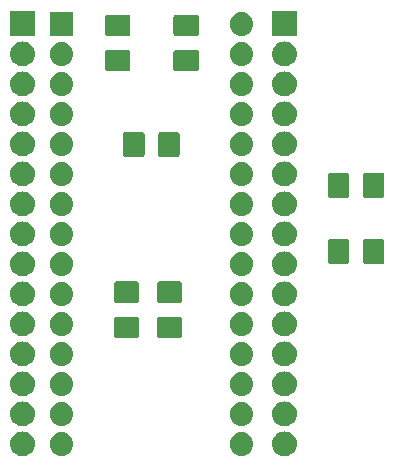
<source format=gbr>
G04 #@! TF.GenerationSoftware,KiCad,Pcbnew,5.0.1-33cea8e~68~ubuntu18.04.1*
G04 #@! TF.CreationDate,2018-11-12T21:08:02+01:00*
G04 #@! TF.ProjectId,ustepper_nano,75737465707065725F6E616E6F2E6B69,rev?*
G04 #@! TF.SameCoordinates,Original*
G04 #@! TF.FileFunction,Soldermask,Top*
G04 #@! TF.FilePolarity,Negative*
%FSLAX46Y46*%
G04 Gerber Fmt 4.6, Leading zero omitted, Abs format (unit mm)*
G04 Created by KiCad (PCBNEW 5.0.1-33cea8e~68~ubuntu18.04.1) date lun 12 nov 2018 21:08:02 CET*
%MOMM*%
%LPD*%
G01*
G04 APERTURE LIST*
%ADD10C,0.100000*%
G04 APERTURE END LIST*
D10*
G36*
X153711907Y-86905996D02*
X153789036Y-86913593D01*
X153920987Y-86953620D01*
X153986963Y-86973633D01*
X154169372Y-87071133D01*
X154329254Y-87202346D01*
X154460467Y-87362228D01*
X154557967Y-87544637D01*
X154557967Y-87544638D01*
X154618007Y-87742564D01*
X154638280Y-87948400D01*
X154618007Y-88154236D01*
X154577980Y-88286187D01*
X154557967Y-88352163D01*
X154460467Y-88534572D01*
X154329254Y-88694454D01*
X154169372Y-88825667D01*
X153986963Y-88923167D01*
X153920987Y-88943180D01*
X153789036Y-88983207D01*
X153711907Y-88990804D01*
X153634780Y-88998400D01*
X153531620Y-88998400D01*
X153454493Y-88990804D01*
X153377364Y-88983207D01*
X153245413Y-88943180D01*
X153179437Y-88923167D01*
X152997028Y-88825667D01*
X152837146Y-88694454D01*
X152705933Y-88534572D01*
X152608433Y-88352163D01*
X152588420Y-88286187D01*
X152548393Y-88154236D01*
X152528120Y-87948400D01*
X152548393Y-87742564D01*
X152608433Y-87544638D01*
X152608433Y-87544637D01*
X152705933Y-87362228D01*
X152837146Y-87202346D01*
X152997028Y-87071133D01*
X153179437Y-86973633D01*
X153245413Y-86953620D01*
X153377364Y-86913593D01*
X153454493Y-86905996D01*
X153531620Y-86898400D01*
X153634780Y-86898400D01*
X153711907Y-86905996D01*
X153711907Y-86905996D01*
G37*
G36*
X131537707Y-86905996D02*
X131614836Y-86913593D01*
X131746787Y-86953620D01*
X131812763Y-86973633D01*
X131995172Y-87071133D01*
X132155054Y-87202346D01*
X132286267Y-87362228D01*
X132383767Y-87544637D01*
X132383767Y-87544638D01*
X132443807Y-87742564D01*
X132464080Y-87948400D01*
X132443807Y-88154236D01*
X132403780Y-88286187D01*
X132383767Y-88352163D01*
X132286267Y-88534572D01*
X132155054Y-88694454D01*
X131995172Y-88825667D01*
X131812763Y-88923167D01*
X131746787Y-88943180D01*
X131614836Y-88983207D01*
X131537707Y-88990804D01*
X131460580Y-88998400D01*
X131357420Y-88998400D01*
X131280293Y-88990804D01*
X131203164Y-88983207D01*
X131071213Y-88943180D01*
X131005237Y-88923167D01*
X130822828Y-88825667D01*
X130662946Y-88694454D01*
X130531733Y-88534572D01*
X130434233Y-88352163D01*
X130414220Y-88286187D01*
X130374193Y-88154236D01*
X130353920Y-87948400D01*
X130374193Y-87742564D01*
X130434233Y-87544638D01*
X130434233Y-87544637D01*
X130531733Y-87362228D01*
X130662946Y-87202346D01*
X130822828Y-87071133D01*
X131005237Y-86973633D01*
X131071213Y-86953620D01*
X131203164Y-86913593D01*
X131280293Y-86905996D01*
X131357420Y-86898400D01*
X131460580Y-86898400D01*
X131537707Y-86905996D01*
X131537707Y-86905996D01*
G37*
G36*
X150152030Y-86974469D02*
X150152033Y-86974470D01*
X150152034Y-86974470D01*
X150340535Y-87031651D01*
X150340537Y-87031652D01*
X150514260Y-87124509D01*
X150666528Y-87249472D01*
X150791491Y-87401740D01*
X150884348Y-87575463D01*
X150941531Y-87763970D01*
X150960838Y-87960000D01*
X150941531Y-88156030D01*
X150884348Y-88344537D01*
X150791491Y-88518260D01*
X150666528Y-88670528D01*
X150514260Y-88795491D01*
X150514258Y-88795492D01*
X150340535Y-88888349D01*
X150152034Y-88945530D01*
X150152033Y-88945530D01*
X150152030Y-88945531D01*
X150005124Y-88960000D01*
X149906876Y-88960000D01*
X149759970Y-88945531D01*
X149759967Y-88945530D01*
X149759966Y-88945530D01*
X149571465Y-88888349D01*
X149397742Y-88795492D01*
X149397740Y-88795491D01*
X149245472Y-88670528D01*
X149120509Y-88518260D01*
X149027652Y-88344537D01*
X148970469Y-88156030D01*
X148951162Y-87960000D01*
X148970469Y-87763970D01*
X149027652Y-87575463D01*
X149120509Y-87401740D01*
X149245472Y-87249472D01*
X149397740Y-87124509D01*
X149571463Y-87031652D01*
X149571465Y-87031651D01*
X149759966Y-86974470D01*
X149759967Y-86974470D01*
X149759970Y-86974469D01*
X149906876Y-86960000D01*
X150005124Y-86960000D01*
X150152030Y-86974469D01*
X150152030Y-86974469D01*
G37*
G36*
X134912030Y-86974469D02*
X134912033Y-86974470D01*
X134912034Y-86974470D01*
X135100535Y-87031651D01*
X135100537Y-87031652D01*
X135274260Y-87124509D01*
X135426528Y-87249472D01*
X135551491Y-87401740D01*
X135644348Y-87575463D01*
X135701531Y-87763970D01*
X135720838Y-87960000D01*
X135701531Y-88156030D01*
X135644348Y-88344537D01*
X135551491Y-88518260D01*
X135426528Y-88670528D01*
X135274260Y-88795491D01*
X135274258Y-88795492D01*
X135100535Y-88888349D01*
X134912034Y-88945530D01*
X134912033Y-88945530D01*
X134912030Y-88945531D01*
X134765124Y-88960000D01*
X134666876Y-88960000D01*
X134519970Y-88945531D01*
X134519967Y-88945530D01*
X134519966Y-88945530D01*
X134331465Y-88888349D01*
X134157742Y-88795492D01*
X134157740Y-88795491D01*
X134005472Y-88670528D01*
X133880509Y-88518260D01*
X133787652Y-88344537D01*
X133730469Y-88156030D01*
X133711162Y-87960000D01*
X133730469Y-87763970D01*
X133787652Y-87575463D01*
X133880509Y-87401740D01*
X134005472Y-87249472D01*
X134157740Y-87124509D01*
X134331463Y-87031652D01*
X134331465Y-87031651D01*
X134519966Y-86974470D01*
X134519967Y-86974470D01*
X134519970Y-86974469D01*
X134666876Y-86960000D01*
X134765124Y-86960000D01*
X134912030Y-86974469D01*
X134912030Y-86974469D01*
G37*
G36*
X153711907Y-84365996D02*
X153789036Y-84373593D01*
X153920987Y-84413620D01*
X153986963Y-84433633D01*
X154169372Y-84531133D01*
X154329254Y-84662346D01*
X154460467Y-84822228D01*
X154557967Y-85004637D01*
X154557967Y-85004638D01*
X154618007Y-85202564D01*
X154638280Y-85408400D01*
X154618007Y-85614236D01*
X154577980Y-85746187D01*
X154557967Y-85812163D01*
X154460467Y-85994572D01*
X154329254Y-86154454D01*
X154169372Y-86285667D01*
X153986963Y-86383167D01*
X153920987Y-86403180D01*
X153789036Y-86443207D01*
X153711907Y-86450804D01*
X153634780Y-86458400D01*
X153531620Y-86458400D01*
X153454493Y-86450804D01*
X153377364Y-86443207D01*
X153245413Y-86403180D01*
X153179437Y-86383167D01*
X152997028Y-86285667D01*
X152837146Y-86154454D01*
X152705933Y-85994572D01*
X152608433Y-85812163D01*
X152588420Y-85746187D01*
X152548393Y-85614236D01*
X152528120Y-85408400D01*
X152548393Y-85202564D01*
X152608433Y-85004638D01*
X152608433Y-85004637D01*
X152705933Y-84822228D01*
X152837146Y-84662346D01*
X152997028Y-84531133D01*
X153179437Y-84433633D01*
X153245413Y-84413620D01*
X153377364Y-84373593D01*
X153454493Y-84365996D01*
X153531620Y-84358400D01*
X153634780Y-84358400D01*
X153711907Y-84365996D01*
X153711907Y-84365996D01*
G37*
G36*
X131537707Y-84365996D02*
X131614836Y-84373593D01*
X131746787Y-84413620D01*
X131812763Y-84433633D01*
X131995172Y-84531133D01*
X132155054Y-84662346D01*
X132286267Y-84822228D01*
X132383767Y-85004637D01*
X132383767Y-85004638D01*
X132443807Y-85202564D01*
X132464080Y-85408400D01*
X132443807Y-85614236D01*
X132403780Y-85746187D01*
X132383767Y-85812163D01*
X132286267Y-85994572D01*
X132155054Y-86154454D01*
X131995172Y-86285667D01*
X131812763Y-86383167D01*
X131746787Y-86403180D01*
X131614836Y-86443207D01*
X131537707Y-86450804D01*
X131460580Y-86458400D01*
X131357420Y-86458400D01*
X131280293Y-86450804D01*
X131203164Y-86443207D01*
X131071213Y-86403180D01*
X131005237Y-86383167D01*
X130822828Y-86285667D01*
X130662946Y-86154454D01*
X130531733Y-85994572D01*
X130434233Y-85812163D01*
X130414220Y-85746187D01*
X130374193Y-85614236D01*
X130353920Y-85408400D01*
X130374193Y-85202564D01*
X130434233Y-85004638D01*
X130434233Y-85004637D01*
X130531733Y-84822228D01*
X130662946Y-84662346D01*
X130822828Y-84531133D01*
X131005237Y-84433633D01*
X131071213Y-84413620D01*
X131203164Y-84373593D01*
X131280293Y-84365996D01*
X131357420Y-84358400D01*
X131460580Y-84358400D01*
X131537707Y-84365996D01*
X131537707Y-84365996D01*
G37*
G36*
X150152030Y-84434469D02*
X150152033Y-84434470D01*
X150152034Y-84434470D01*
X150340535Y-84491651D01*
X150340537Y-84491652D01*
X150514260Y-84584509D01*
X150666528Y-84709472D01*
X150791491Y-84861740D01*
X150884348Y-85035463D01*
X150941531Y-85223970D01*
X150960838Y-85420000D01*
X150941531Y-85616030D01*
X150884348Y-85804537D01*
X150791491Y-85978260D01*
X150666528Y-86130528D01*
X150514260Y-86255491D01*
X150514258Y-86255492D01*
X150340535Y-86348349D01*
X150152034Y-86405530D01*
X150152033Y-86405530D01*
X150152030Y-86405531D01*
X150005124Y-86420000D01*
X149906876Y-86420000D01*
X149759970Y-86405531D01*
X149759967Y-86405530D01*
X149759966Y-86405530D01*
X149571465Y-86348349D01*
X149397742Y-86255492D01*
X149397740Y-86255491D01*
X149245472Y-86130528D01*
X149120509Y-85978260D01*
X149027652Y-85804537D01*
X148970469Y-85616030D01*
X148951162Y-85420000D01*
X148970469Y-85223970D01*
X149027652Y-85035463D01*
X149120509Y-84861740D01*
X149245472Y-84709472D01*
X149397740Y-84584509D01*
X149571463Y-84491652D01*
X149571465Y-84491651D01*
X149759966Y-84434470D01*
X149759967Y-84434470D01*
X149759970Y-84434469D01*
X149906876Y-84420000D01*
X150005124Y-84420000D01*
X150152030Y-84434469D01*
X150152030Y-84434469D01*
G37*
G36*
X134912030Y-84434469D02*
X134912033Y-84434470D01*
X134912034Y-84434470D01*
X135100535Y-84491651D01*
X135100537Y-84491652D01*
X135274260Y-84584509D01*
X135426528Y-84709472D01*
X135551491Y-84861740D01*
X135644348Y-85035463D01*
X135701531Y-85223970D01*
X135720838Y-85420000D01*
X135701531Y-85616030D01*
X135644348Y-85804537D01*
X135551491Y-85978260D01*
X135426528Y-86130528D01*
X135274260Y-86255491D01*
X135274258Y-86255492D01*
X135100535Y-86348349D01*
X134912034Y-86405530D01*
X134912033Y-86405530D01*
X134912030Y-86405531D01*
X134765124Y-86420000D01*
X134666876Y-86420000D01*
X134519970Y-86405531D01*
X134519967Y-86405530D01*
X134519966Y-86405530D01*
X134331465Y-86348349D01*
X134157742Y-86255492D01*
X134157740Y-86255491D01*
X134005472Y-86130528D01*
X133880509Y-85978260D01*
X133787652Y-85804537D01*
X133730469Y-85616030D01*
X133711162Y-85420000D01*
X133730469Y-85223970D01*
X133787652Y-85035463D01*
X133880509Y-84861740D01*
X134005472Y-84709472D01*
X134157740Y-84584509D01*
X134331463Y-84491652D01*
X134331465Y-84491651D01*
X134519966Y-84434470D01*
X134519967Y-84434470D01*
X134519970Y-84434469D01*
X134666876Y-84420000D01*
X134765124Y-84420000D01*
X134912030Y-84434469D01*
X134912030Y-84434469D01*
G37*
G36*
X131537707Y-81825996D02*
X131614836Y-81833593D01*
X131746787Y-81873620D01*
X131812763Y-81893633D01*
X131995172Y-81991133D01*
X132155054Y-82122346D01*
X132286267Y-82282228D01*
X132383767Y-82464637D01*
X132383767Y-82464638D01*
X132443807Y-82662564D01*
X132464080Y-82868400D01*
X132443807Y-83074236D01*
X132403780Y-83206187D01*
X132383767Y-83272163D01*
X132286267Y-83454572D01*
X132155054Y-83614454D01*
X131995172Y-83745667D01*
X131812763Y-83843167D01*
X131746787Y-83863180D01*
X131614836Y-83903207D01*
X131537707Y-83910803D01*
X131460580Y-83918400D01*
X131357420Y-83918400D01*
X131280293Y-83910803D01*
X131203164Y-83903207D01*
X131071213Y-83863180D01*
X131005237Y-83843167D01*
X130822828Y-83745667D01*
X130662946Y-83614454D01*
X130531733Y-83454572D01*
X130434233Y-83272163D01*
X130414220Y-83206187D01*
X130374193Y-83074236D01*
X130353920Y-82868400D01*
X130374193Y-82662564D01*
X130434233Y-82464638D01*
X130434233Y-82464637D01*
X130531733Y-82282228D01*
X130662946Y-82122346D01*
X130822828Y-81991133D01*
X131005237Y-81893633D01*
X131071213Y-81873620D01*
X131203164Y-81833593D01*
X131280293Y-81825996D01*
X131357420Y-81818400D01*
X131460580Y-81818400D01*
X131537707Y-81825996D01*
X131537707Y-81825996D01*
G37*
G36*
X153711907Y-81825996D02*
X153789036Y-81833593D01*
X153920987Y-81873620D01*
X153986963Y-81893633D01*
X154169372Y-81991133D01*
X154329254Y-82122346D01*
X154460467Y-82282228D01*
X154557967Y-82464637D01*
X154557967Y-82464638D01*
X154618007Y-82662564D01*
X154638280Y-82868400D01*
X154618007Y-83074236D01*
X154577980Y-83206187D01*
X154557967Y-83272163D01*
X154460467Y-83454572D01*
X154329254Y-83614454D01*
X154169372Y-83745667D01*
X153986963Y-83843167D01*
X153920987Y-83863180D01*
X153789036Y-83903207D01*
X153711907Y-83910803D01*
X153634780Y-83918400D01*
X153531620Y-83918400D01*
X153454493Y-83910803D01*
X153377364Y-83903207D01*
X153245413Y-83863180D01*
X153179437Y-83843167D01*
X152997028Y-83745667D01*
X152837146Y-83614454D01*
X152705933Y-83454572D01*
X152608433Y-83272163D01*
X152588420Y-83206187D01*
X152548393Y-83074236D01*
X152528120Y-82868400D01*
X152548393Y-82662564D01*
X152608433Y-82464638D01*
X152608433Y-82464637D01*
X152705933Y-82282228D01*
X152837146Y-82122346D01*
X152997028Y-81991133D01*
X153179437Y-81893633D01*
X153245413Y-81873620D01*
X153377364Y-81833593D01*
X153454493Y-81825996D01*
X153531620Y-81818400D01*
X153634780Y-81818400D01*
X153711907Y-81825996D01*
X153711907Y-81825996D01*
G37*
G36*
X150152030Y-81894469D02*
X150152033Y-81894470D01*
X150152034Y-81894470D01*
X150340535Y-81951651D01*
X150340537Y-81951652D01*
X150514260Y-82044509D01*
X150666528Y-82169472D01*
X150791491Y-82321740D01*
X150884348Y-82495463D01*
X150941531Y-82683970D01*
X150960838Y-82880000D01*
X150941531Y-83076030D01*
X150884348Y-83264537D01*
X150791491Y-83438260D01*
X150666528Y-83590528D01*
X150514260Y-83715491D01*
X150514258Y-83715492D01*
X150340535Y-83808349D01*
X150152034Y-83865530D01*
X150152033Y-83865530D01*
X150152030Y-83865531D01*
X150005124Y-83880000D01*
X149906876Y-83880000D01*
X149759970Y-83865531D01*
X149759967Y-83865530D01*
X149759966Y-83865530D01*
X149571465Y-83808349D01*
X149397742Y-83715492D01*
X149397740Y-83715491D01*
X149245472Y-83590528D01*
X149120509Y-83438260D01*
X149027652Y-83264537D01*
X148970469Y-83076030D01*
X148951162Y-82880000D01*
X148970469Y-82683970D01*
X149027652Y-82495463D01*
X149120509Y-82321740D01*
X149245472Y-82169472D01*
X149397740Y-82044509D01*
X149571463Y-81951652D01*
X149571465Y-81951651D01*
X149759966Y-81894470D01*
X149759967Y-81894470D01*
X149759970Y-81894469D01*
X149906876Y-81880000D01*
X150005124Y-81880000D01*
X150152030Y-81894469D01*
X150152030Y-81894469D01*
G37*
G36*
X134912030Y-81894469D02*
X134912033Y-81894470D01*
X134912034Y-81894470D01*
X135100535Y-81951651D01*
X135100537Y-81951652D01*
X135274260Y-82044509D01*
X135426528Y-82169472D01*
X135551491Y-82321740D01*
X135644348Y-82495463D01*
X135701531Y-82683970D01*
X135720838Y-82880000D01*
X135701531Y-83076030D01*
X135644348Y-83264537D01*
X135551491Y-83438260D01*
X135426528Y-83590528D01*
X135274260Y-83715491D01*
X135274258Y-83715492D01*
X135100535Y-83808349D01*
X134912034Y-83865530D01*
X134912033Y-83865530D01*
X134912030Y-83865531D01*
X134765124Y-83880000D01*
X134666876Y-83880000D01*
X134519970Y-83865531D01*
X134519967Y-83865530D01*
X134519966Y-83865530D01*
X134331465Y-83808349D01*
X134157742Y-83715492D01*
X134157740Y-83715491D01*
X134005472Y-83590528D01*
X133880509Y-83438260D01*
X133787652Y-83264537D01*
X133730469Y-83076030D01*
X133711162Y-82880000D01*
X133730469Y-82683970D01*
X133787652Y-82495463D01*
X133880509Y-82321740D01*
X134005472Y-82169472D01*
X134157740Y-82044509D01*
X134331463Y-81951652D01*
X134331465Y-81951651D01*
X134519966Y-81894470D01*
X134519967Y-81894470D01*
X134519970Y-81894469D01*
X134666876Y-81880000D01*
X134765124Y-81880000D01*
X134912030Y-81894469D01*
X134912030Y-81894469D01*
G37*
G36*
X153711907Y-79285996D02*
X153789036Y-79293593D01*
X153920987Y-79333620D01*
X153986963Y-79353633D01*
X154169372Y-79451133D01*
X154329254Y-79582346D01*
X154460467Y-79742228D01*
X154557967Y-79924637D01*
X154557967Y-79924638D01*
X154618007Y-80122564D01*
X154638280Y-80328400D01*
X154618007Y-80534236D01*
X154577980Y-80666187D01*
X154557967Y-80732163D01*
X154460467Y-80914572D01*
X154329254Y-81074454D01*
X154169372Y-81205667D01*
X153986963Y-81303167D01*
X153920987Y-81323180D01*
X153789036Y-81363207D01*
X153711907Y-81370803D01*
X153634780Y-81378400D01*
X153531620Y-81378400D01*
X153454493Y-81370803D01*
X153377364Y-81363207D01*
X153245413Y-81323180D01*
X153179437Y-81303167D01*
X152997028Y-81205667D01*
X152837146Y-81074454D01*
X152705933Y-80914572D01*
X152608433Y-80732163D01*
X152588420Y-80666187D01*
X152548393Y-80534236D01*
X152528120Y-80328400D01*
X152548393Y-80122564D01*
X152608433Y-79924638D01*
X152608433Y-79924637D01*
X152705933Y-79742228D01*
X152837146Y-79582346D01*
X152997028Y-79451133D01*
X153179437Y-79353633D01*
X153245413Y-79333620D01*
X153377364Y-79293593D01*
X153454493Y-79285996D01*
X153531620Y-79278400D01*
X153634780Y-79278400D01*
X153711907Y-79285996D01*
X153711907Y-79285996D01*
G37*
G36*
X131537707Y-79285996D02*
X131614836Y-79293593D01*
X131746787Y-79333620D01*
X131812763Y-79353633D01*
X131995172Y-79451133D01*
X132155054Y-79582346D01*
X132286267Y-79742228D01*
X132383767Y-79924637D01*
X132383767Y-79924638D01*
X132443807Y-80122564D01*
X132464080Y-80328400D01*
X132443807Y-80534236D01*
X132403780Y-80666187D01*
X132383767Y-80732163D01*
X132286267Y-80914572D01*
X132155054Y-81074454D01*
X131995172Y-81205667D01*
X131812763Y-81303167D01*
X131746787Y-81323180D01*
X131614836Y-81363207D01*
X131537707Y-81370803D01*
X131460580Y-81378400D01*
X131357420Y-81378400D01*
X131280293Y-81370803D01*
X131203164Y-81363207D01*
X131071213Y-81323180D01*
X131005237Y-81303167D01*
X130822828Y-81205667D01*
X130662946Y-81074454D01*
X130531733Y-80914572D01*
X130434233Y-80732163D01*
X130414220Y-80666187D01*
X130374193Y-80534236D01*
X130353920Y-80328400D01*
X130374193Y-80122564D01*
X130434233Y-79924638D01*
X130434233Y-79924637D01*
X130531733Y-79742228D01*
X130662946Y-79582346D01*
X130822828Y-79451133D01*
X131005237Y-79353633D01*
X131071213Y-79333620D01*
X131203164Y-79293593D01*
X131280293Y-79285996D01*
X131357420Y-79278400D01*
X131460580Y-79278400D01*
X131537707Y-79285996D01*
X131537707Y-79285996D01*
G37*
G36*
X150152030Y-79354469D02*
X150152033Y-79354470D01*
X150152034Y-79354470D01*
X150340535Y-79411651D01*
X150340537Y-79411652D01*
X150514260Y-79504509D01*
X150666528Y-79629472D01*
X150791491Y-79781740D01*
X150884348Y-79955463D01*
X150941531Y-80143970D01*
X150960838Y-80340000D01*
X150941531Y-80536030D01*
X150884348Y-80724537D01*
X150791491Y-80898260D01*
X150666528Y-81050528D01*
X150514260Y-81175491D01*
X150514258Y-81175492D01*
X150340535Y-81268349D01*
X150152034Y-81325530D01*
X150152033Y-81325530D01*
X150152030Y-81325531D01*
X150005124Y-81340000D01*
X149906876Y-81340000D01*
X149759970Y-81325531D01*
X149759967Y-81325530D01*
X149759966Y-81325530D01*
X149571465Y-81268349D01*
X149397742Y-81175492D01*
X149397740Y-81175491D01*
X149245472Y-81050528D01*
X149120509Y-80898260D01*
X149027652Y-80724537D01*
X148970469Y-80536030D01*
X148951162Y-80340000D01*
X148970469Y-80143970D01*
X149027652Y-79955463D01*
X149120509Y-79781740D01*
X149245472Y-79629472D01*
X149397740Y-79504509D01*
X149571463Y-79411652D01*
X149571465Y-79411651D01*
X149759966Y-79354470D01*
X149759967Y-79354470D01*
X149759970Y-79354469D01*
X149906876Y-79340000D01*
X150005124Y-79340000D01*
X150152030Y-79354469D01*
X150152030Y-79354469D01*
G37*
G36*
X134912030Y-79354469D02*
X134912033Y-79354470D01*
X134912034Y-79354470D01*
X135100535Y-79411651D01*
X135100537Y-79411652D01*
X135274260Y-79504509D01*
X135426528Y-79629472D01*
X135551491Y-79781740D01*
X135644348Y-79955463D01*
X135701531Y-80143970D01*
X135720838Y-80340000D01*
X135701531Y-80536030D01*
X135644348Y-80724537D01*
X135551491Y-80898260D01*
X135426528Y-81050528D01*
X135274260Y-81175491D01*
X135274258Y-81175492D01*
X135100535Y-81268349D01*
X134912034Y-81325530D01*
X134912033Y-81325530D01*
X134912030Y-81325531D01*
X134765124Y-81340000D01*
X134666876Y-81340000D01*
X134519970Y-81325531D01*
X134519967Y-81325530D01*
X134519966Y-81325530D01*
X134331465Y-81268349D01*
X134157742Y-81175492D01*
X134157740Y-81175491D01*
X134005472Y-81050528D01*
X133880509Y-80898260D01*
X133787652Y-80724537D01*
X133730469Y-80536030D01*
X133711162Y-80340000D01*
X133730469Y-80143970D01*
X133787652Y-79955463D01*
X133880509Y-79781740D01*
X134005472Y-79629472D01*
X134157740Y-79504509D01*
X134331463Y-79411652D01*
X134331465Y-79411651D01*
X134519966Y-79354470D01*
X134519967Y-79354470D01*
X134519970Y-79354469D01*
X134666876Y-79340000D01*
X134765124Y-79340000D01*
X134912030Y-79354469D01*
X134912030Y-79354469D01*
G37*
G36*
X141092582Y-77174786D02*
X141137304Y-77188353D01*
X141178533Y-77210390D01*
X141214661Y-77240039D01*
X141244310Y-77276167D01*
X141266347Y-77317396D01*
X141279914Y-77362118D01*
X141285100Y-77414775D01*
X141285100Y-78749425D01*
X141279914Y-78802082D01*
X141266347Y-78846804D01*
X141244310Y-78888033D01*
X141214661Y-78924161D01*
X141178533Y-78953810D01*
X141137304Y-78975847D01*
X141092582Y-78989414D01*
X141039925Y-78994600D01*
X139380275Y-78994600D01*
X139327618Y-78989414D01*
X139282896Y-78975847D01*
X139241667Y-78953810D01*
X139205539Y-78924161D01*
X139175890Y-78888033D01*
X139153853Y-78846804D01*
X139140286Y-78802082D01*
X139135100Y-78749425D01*
X139135100Y-77414775D01*
X139140286Y-77362118D01*
X139153853Y-77317396D01*
X139175890Y-77276167D01*
X139205539Y-77240039D01*
X139241667Y-77210390D01*
X139282896Y-77188353D01*
X139327618Y-77174786D01*
X139380275Y-77169600D01*
X141039925Y-77169600D01*
X141092582Y-77174786D01*
X141092582Y-77174786D01*
G37*
G36*
X144750182Y-77174786D02*
X144794904Y-77188353D01*
X144836133Y-77210390D01*
X144872261Y-77240039D01*
X144901910Y-77276167D01*
X144923947Y-77317396D01*
X144937514Y-77362118D01*
X144942700Y-77414775D01*
X144942700Y-78749425D01*
X144937514Y-78802082D01*
X144923947Y-78846804D01*
X144901910Y-78888033D01*
X144872261Y-78924161D01*
X144836133Y-78953810D01*
X144794904Y-78975847D01*
X144750182Y-78989414D01*
X144697525Y-78994600D01*
X143037875Y-78994600D01*
X142985218Y-78989414D01*
X142940496Y-78975847D01*
X142899267Y-78953810D01*
X142863139Y-78924161D01*
X142833490Y-78888033D01*
X142811453Y-78846804D01*
X142797886Y-78802082D01*
X142792700Y-78749425D01*
X142792700Y-77414775D01*
X142797886Y-77362118D01*
X142811453Y-77317396D01*
X142833490Y-77276167D01*
X142863139Y-77240039D01*
X142899267Y-77210390D01*
X142940496Y-77188353D01*
X142985218Y-77174786D01*
X143037875Y-77169600D01*
X144697525Y-77169600D01*
X144750182Y-77174786D01*
X144750182Y-77174786D01*
G37*
G36*
X153711907Y-76745996D02*
X153789036Y-76753593D01*
X153920987Y-76793620D01*
X153986963Y-76813633D01*
X154169372Y-76911133D01*
X154329254Y-77042346D01*
X154460467Y-77202228D01*
X154557967Y-77384637D01*
X154557967Y-77384638D01*
X154618007Y-77582564D01*
X154638280Y-77788400D01*
X154618007Y-77994236D01*
X154577980Y-78126187D01*
X154557967Y-78192163D01*
X154460467Y-78374572D01*
X154329254Y-78534454D01*
X154169372Y-78665667D01*
X153986963Y-78763167D01*
X153920987Y-78783180D01*
X153789036Y-78823207D01*
X153711907Y-78830803D01*
X153634780Y-78838400D01*
X153531620Y-78838400D01*
X153454493Y-78830803D01*
X153377364Y-78823207D01*
X153245413Y-78783180D01*
X153179437Y-78763167D01*
X152997028Y-78665667D01*
X152837146Y-78534454D01*
X152705933Y-78374572D01*
X152608433Y-78192163D01*
X152588420Y-78126187D01*
X152548393Y-77994236D01*
X152528120Y-77788400D01*
X152548393Y-77582564D01*
X152608433Y-77384638D01*
X152608433Y-77384637D01*
X152705933Y-77202228D01*
X152837146Y-77042346D01*
X152997028Y-76911133D01*
X153179437Y-76813633D01*
X153245413Y-76793620D01*
X153377364Y-76753593D01*
X153454493Y-76745996D01*
X153531620Y-76738400D01*
X153634780Y-76738400D01*
X153711907Y-76745996D01*
X153711907Y-76745996D01*
G37*
G36*
X131537707Y-76745996D02*
X131614836Y-76753593D01*
X131746787Y-76793620D01*
X131812763Y-76813633D01*
X131995172Y-76911133D01*
X132155054Y-77042346D01*
X132286267Y-77202228D01*
X132383767Y-77384637D01*
X132383767Y-77384638D01*
X132443807Y-77582564D01*
X132464080Y-77788400D01*
X132443807Y-77994236D01*
X132403780Y-78126187D01*
X132383767Y-78192163D01*
X132286267Y-78374572D01*
X132155054Y-78534454D01*
X131995172Y-78665667D01*
X131812763Y-78763167D01*
X131746787Y-78783180D01*
X131614836Y-78823207D01*
X131537707Y-78830803D01*
X131460580Y-78838400D01*
X131357420Y-78838400D01*
X131280293Y-78830803D01*
X131203164Y-78823207D01*
X131071213Y-78783180D01*
X131005237Y-78763167D01*
X130822828Y-78665667D01*
X130662946Y-78534454D01*
X130531733Y-78374572D01*
X130434233Y-78192163D01*
X130414220Y-78126187D01*
X130374193Y-77994236D01*
X130353920Y-77788400D01*
X130374193Y-77582564D01*
X130434233Y-77384638D01*
X130434233Y-77384637D01*
X130531733Y-77202228D01*
X130662946Y-77042346D01*
X130822828Y-76911133D01*
X131005237Y-76813633D01*
X131071213Y-76793620D01*
X131203164Y-76753593D01*
X131280293Y-76745996D01*
X131357420Y-76738400D01*
X131460580Y-76738400D01*
X131537707Y-76745996D01*
X131537707Y-76745996D01*
G37*
G36*
X150152030Y-76814469D02*
X150152033Y-76814470D01*
X150152034Y-76814470D01*
X150340535Y-76871651D01*
X150340537Y-76871652D01*
X150514260Y-76964509D01*
X150666528Y-77089472D01*
X150791491Y-77241740D01*
X150884348Y-77415463D01*
X150941531Y-77603970D01*
X150960838Y-77800000D01*
X150941531Y-77996030D01*
X150884348Y-78184537D01*
X150791491Y-78358260D01*
X150666528Y-78510528D01*
X150514260Y-78635491D01*
X150340537Y-78728348D01*
X150340535Y-78728349D01*
X150152034Y-78785530D01*
X150152033Y-78785530D01*
X150152030Y-78785531D01*
X150005124Y-78800000D01*
X149906876Y-78800000D01*
X149759970Y-78785531D01*
X149759967Y-78785530D01*
X149759966Y-78785530D01*
X149571465Y-78728349D01*
X149571463Y-78728348D01*
X149397740Y-78635491D01*
X149245472Y-78510528D01*
X149120509Y-78358260D01*
X149027652Y-78184537D01*
X148970469Y-77996030D01*
X148951162Y-77800000D01*
X148970469Y-77603970D01*
X149027652Y-77415463D01*
X149120509Y-77241740D01*
X149245472Y-77089472D01*
X149397740Y-76964509D01*
X149571463Y-76871652D01*
X149571465Y-76871651D01*
X149759966Y-76814470D01*
X149759967Y-76814470D01*
X149759970Y-76814469D01*
X149906876Y-76800000D01*
X150005124Y-76800000D01*
X150152030Y-76814469D01*
X150152030Y-76814469D01*
G37*
G36*
X134912030Y-76814469D02*
X134912033Y-76814470D01*
X134912034Y-76814470D01*
X135100535Y-76871651D01*
X135100537Y-76871652D01*
X135274260Y-76964509D01*
X135426528Y-77089472D01*
X135551491Y-77241740D01*
X135644348Y-77415463D01*
X135701531Y-77603970D01*
X135720838Y-77800000D01*
X135701531Y-77996030D01*
X135644348Y-78184537D01*
X135551491Y-78358260D01*
X135426528Y-78510528D01*
X135274260Y-78635491D01*
X135100537Y-78728348D01*
X135100535Y-78728349D01*
X134912034Y-78785530D01*
X134912033Y-78785530D01*
X134912030Y-78785531D01*
X134765124Y-78800000D01*
X134666876Y-78800000D01*
X134519970Y-78785531D01*
X134519967Y-78785530D01*
X134519966Y-78785530D01*
X134331465Y-78728349D01*
X134331463Y-78728348D01*
X134157740Y-78635491D01*
X134005472Y-78510528D01*
X133880509Y-78358260D01*
X133787652Y-78184537D01*
X133730469Y-77996030D01*
X133711162Y-77800000D01*
X133730469Y-77603970D01*
X133787652Y-77415463D01*
X133880509Y-77241740D01*
X134005472Y-77089472D01*
X134157740Y-76964509D01*
X134331463Y-76871652D01*
X134331465Y-76871651D01*
X134519966Y-76814470D01*
X134519967Y-76814470D01*
X134519970Y-76814469D01*
X134666876Y-76800000D01*
X134765124Y-76800000D01*
X134912030Y-76814469D01*
X134912030Y-76814469D01*
G37*
G36*
X131537707Y-74205997D02*
X131614836Y-74213593D01*
X131730104Y-74248559D01*
X131812763Y-74273633D01*
X131995172Y-74371133D01*
X132155054Y-74502346D01*
X132286267Y-74662228D01*
X132383767Y-74844637D01*
X132383767Y-74844638D01*
X132443807Y-75042564D01*
X132464080Y-75248400D01*
X132443807Y-75454236D01*
X132403780Y-75586187D01*
X132383767Y-75652163D01*
X132286267Y-75834572D01*
X132155054Y-75994454D01*
X131995172Y-76125667D01*
X131812763Y-76223167D01*
X131746787Y-76243180D01*
X131614836Y-76283207D01*
X131537707Y-76290803D01*
X131460580Y-76298400D01*
X131357420Y-76298400D01*
X131280293Y-76290803D01*
X131203164Y-76283207D01*
X131071213Y-76243180D01*
X131005237Y-76223167D01*
X130822828Y-76125667D01*
X130662946Y-75994454D01*
X130531733Y-75834572D01*
X130434233Y-75652163D01*
X130414220Y-75586187D01*
X130374193Y-75454236D01*
X130353920Y-75248400D01*
X130374193Y-75042564D01*
X130434233Y-74844638D01*
X130434233Y-74844637D01*
X130531733Y-74662228D01*
X130662946Y-74502346D01*
X130822828Y-74371133D01*
X131005237Y-74273633D01*
X131087896Y-74248559D01*
X131203164Y-74213593D01*
X131280293Y-74205997D01*
X131357420Y-74198400D01*
X131460580Y-74198400D01*
X131537707Y-74205997D01*
X131537707Y-74205997D01*
G37*
G36*
X153711907Y-74205997D02*
X153789036Y-74213593D01*
X153904304Y-74248559D01*
X153986963Y-74273633D01*
X154169372Y-74371133D01*
X154329254Y-74502346D01*
X154460467Y-74662228D01*
X154557967Y-74844637D01*
X154557967Y-74844638D01*
X154618007Y-75042564D01*
X154638280Y-75248400D01*
X154618007Y-75454236D01*
X154577980Y-75586187D01*
X154557967Y-75652163D01*
X154460467Y-75834572D01*
X154329254Y-75994454D01*
X154169372Y-76125667D01*
X153986963Y-76223167D01*
X153920987Y-76243180D01*
X153789036Y-76283207D01*
X153711907Y-76290803D01*
X153634780Y-76298400D01*
X153531620Y-76298400D01*
X153454493Y-76290803D01*
X153377364Y-76283207D01*
X153245413Y-76243180D01*
X153179437Y-76223167D01*
X152997028Y-76125667D01*
X152837146Y-75994454D01*
X152705933Y-75834572D01*
X152608433Y-75652163D01*
X152588420Y-75586187D01*
X152548393Y-75454236D01*
X152528120Y-75248400D01*
X152548393Y-75042564D01*
X152608433Y-74844638D01*
X152608433Y-74844637D01*
X152705933Y-74662228D01*
X152837146Y-74502346D01*
X152997028Y-74371133D01*
X153179437Y-74273633D01*
X153262096Y-74248559D01*
X153377364Y-74213593D01*
X153454493Y-74205997D01*
X153531620Y-74198400D01*
X153634780Y-74198400D01*
X153711907Y-74205997D01*
X153711907Y-74205997D01*
G37*
G36*
X150152030Y-74274469D02*
X150152033Y-74274470D01*
X150152034Y-74274470D01*
X150340535Y-74331651D01*
X150340537Y-74331652D01*
X150514260Y-74424509D01*
X150666528Y-74549472D01*
X150791491Y-74701740D01*
X150884348Y-74875463D01*
X150941531Y-75063970D01*
X150960838Y-75260000D01*
X150941531Y-75456030D01*
X150884348Y-75644537D01*
X150791491Y-75818260D01*
X150666528Y-75970528D01*
X150514260Y-76095491D01*
X150514258Y-76095492D01*
X150340535Y-76188349D01*
X150152034Y-76245530D01*
X150152033Y-76245530D01*
X150152030Y-76245531D01*
X150005124Y-76260000D01*
X149906876Y-76260000D01*
X149759970Y-76245531D01*
X149759967Y-76245530D01*
X149759966Y-76245530D01*
X149571465Y-76188349D01*
X149397742Y-76095492D01*
X149397740Y-76095491D01*
X149245472Y-75970528D01*
X149120509Y-75818260D01*
X149027652Y-75644537D01*
X148970469Y-75456030D01*
X148951162Y-75260000D01*
X148970469Y-75063970D01*
X149027652Y-74875463D01*
X149120509Y-74701740D01*
X149245472Y-74549472D01*
X149397740Y-74424509D01*
X149571463Y-74331652D01*
X149571465Y-74331651D01*
X149759966Y-74274470D01*
X149759967Y-74274470D01*
X149759970Y-74274469D01*
X149906876Y-74260000D01*
X150005124Y-74260000D01*
X150152030Y-74274469D01*
X150152030Y-74274469D01*
G37*
G36*
X134912030Y-74274469D02*
X134912033Y-74274470D01*
X134912034Y-74274470D01*
X135100535Y-74331651D01*
X135100537Y-74331652D01*
X135274260Y-74424509D01*
X135426528Y-74549472D01*
X135551491Y-74701740D01*
X135644348Y-74875463D01*
X135701531Y-75063970D01*
X135720838Y-75260000D01*
X135701531Y-75456030D01*
X135644348Y-75644537D01*
X135551491Y-75818260D01*
X135426528Y-75970528D01*
X135274260Y-76095491D01*
X135274258Y-76095492D01*
X135100535Y-76188349D01*
X134912034Y-76245530D01*
X134912033Y-76245530D01*
X134912030Y-76245531D01*
X134765124Y-76260000D01*
X134666876Y-76260000D01*
X134519970Y-76245531D01*
X134519967Y-76245530D01*
X134519966Y-76245530D01*
X134331465Y-76188349D01*
X134157742Y-76095492D01*
X134157740Y-76095491D01*
X134005472Y-75970528D01*
X133880509Y-75818260D01*
X133787652Y-75644537D01*
X133730469Y-75456030D01*
X133711162Y-75260000D01*
X133730469Y-75063970D01*
X133787652Y-74875463D01*
X133880509Y-74701740D01*
X134005472Y-74549472D01*
X134157740Y-74424509D01*
X134331463Y-74331652D01*
X134331465Y-74331651D01*
X134519966Y-74274470D01*
X134519967Y-74274470D01*
X134519970Y-74274469D01*
X134666876Y-74260000D01*
X134765124Y-74260000D01*
X134912030Y-74274469D01*
X134912030Y-74274469D01*
G37*
G36*
X141092582Y-74199786D02*
X141137304Y-74213353D01*
X141178533Y-74235390D01*
X141214661Y-74265039D01*
X141244310Y-74301167D01*
X141266347Y-74342396D01*
X141279914Y-74387118D01*
X141285100Y-74439775D01*
X141285100Y-75774425D01*
X141279914Y-75827082D01*
X141266347Y-75871804D01*
X141244310Y-75913033D01*
X141214661Y-75949161D01*
X141178533Y-75978810D01*
X141137304Y-76000847D01*
X141092582Y-76014414D01*
X141039925Y-76019600D01*
X139380275Y-76019600D01*
X139327618Y-76014414D01*
X139282896Y-76000847D01*
X139241667Y-75978810D01*
X139205539Y-75949161D01*
X139175890Y-75913033D01*
X139153853Y-75871804D01*
X139140286Y-75827082D01*
X139135100Y-75774425D01*
X139135100Y-74439775D01*
X139140286Y-74387118D01*
X139153853Y-74342396D01*
X139175890Y-74301167D01*
X139205539Y-74265039D01*
X139241667Y-74235390D01*
X139282896Y-74213353D01*
X139327618Y-74199786D01*
X139380275Y-74194600D01*
X141039925Y-74194600D01*
X141092582Y-74199786D01*
X141092582Y-74199786D01*
G37*
G36*
X144750182Y-74199786D02*
X144794904Y-74213353D01*
X144836133Y-74235390D01*
X144872261Y-74265039D01*
X144901910Y-74301167D01*
X144923947Y-74342396D01*
X144937514Y-74387118D01*
X144942700Y-74439775D01*
X144942700Y-75774425D01*
X144937514Y-75827082D01*
X144923947Y-75871804D01*
X144901910Y-75913033D01*
X144872261Y-75949161D01*
X144836133Y-75978810D01*
X144794904Y-76000847D01*
X144750182Y-76014414D01*
X144697525Y-76019600D01*
X143037875Y-76019600D01*
X142985218Y-76014414D01*
X142940496Y-76000847D01*
X142899267Y-75978810D01*
X142863139Y-75949161D01*
X142833490Y-75913033D01*
X142811453Y-75871804D01*
X142797886Y-75827082D01*
X142792700Y-75774425D01*
X142792700Y-74439775D01*
X142797886Y-74387118D01*
X142811453Y-74342396D01*
X142833490Y-74301167D01*
X142863139Y-74265039D01*
X142899267Y-74235390D01*
X142940496Y-74213353D01*
X142985218Y-74199786D01*
X143037875Y-74194600D01*
X144697525Y-74194600D01*
X144750182Y-74199786D01*
X144750182Y-74199786D01*
G37*
G36*
X131537707Y-71665996D02*
X131614836Y-71673593D01*
X131746787Y-71713620D01*
X131812763Y-71733633D01*
X131995172Y-71831133D01*
X132155054Y-71962346D01*
X132286267Y-72122228D01*
X132383767Y-72304637D01*
X132383767Y-72304638D01*
X132443807Y-72502564D01*
X132464080Y-72708400D01*
X132443807Y-72914236D01*
X132403780Y-73046187D01*
X132383767Y-73112163D01*
X132286267Y-73294572D01*
X132155054Y-73454454D01*
X131995172Y-73585667D01*
X131812763Y-73683167D01*
X131746787Y-73703180D01*
X131614836Y-73743207D01*
X131537707Y-73750803D01*
X131460580Y-73758400D01*
X131357420Y-73758400D01*
X131280293Y-73750803D01*
X131203164Y-73743207D01*
X131071213Y-73703180D01*
X131005237Y-73683167D01*
X130822828Y-73585667D01*
X130662946Y-73454454D01*
X130531733Y-73294572D01*
X130434233Y-73112163D01*
X130414220Y-73046187D01*
X130374193Y-72914236D01*
X130353920Y-72708400D01*
X130374193Y-72502564D01*
X130434233Y-72304638D01*
X130434233Y-72304637D01*
X130531733Y-72122228D01*
X130662946Y-71962346D01*
X130822828Y-71831133D01*
X131005237Y-71733633D01*
X131071213Y-71713620D01*
X131203164Y-71673593D01*
X131280293Y-71665996D01*
X131357420Y-71658400D01*
X131460580Y-71658400D01*
X131537707Y-71665996D01*
X131537707Y-71665996D01*
G37*
G36*
X153711907Y-71665996D02*
X153789036Y-71673593D01*
X153920987Y-71713620D01*
X153986963Y-71733633D01*
X154169372Y-71831133D01*
X154329254Y-71962346D01*
X154460467Y-72122228D01*
X154557967Y-72304637D01*
X154557967Y-72304638D01*
X154618007Y-72502564D01*
X154638280Y-72708400D01*
X154618007Y-72914236D01*
X154577980Y-73046187D01*
X154557967Y-73112163D01*
X154460467Y-73294572D01*
X154329254Y-73454454D01*
X154169372Y-73585667D01*
X153986963Y-73683167D01*
X153920987Y-73703180D01*
X153789036Y-73743207D01*
X153711907Y-73750803D01*
X153634780Y-73758400D01*
X153531620Y-73758400D01*
X153454493Y-73750803D01*
X153377364Y-73743207D01*
X153245413Y-73703180D01*
X153179437Y-73683167D01*
X152997028Y-73585667D01*
X152837146Y-73454454D01*
X152705933Y-73294572D01*
X152608433Y-73112163D01*
X152588420Y-73046187D01*
X152548393Y-72914236D01*
X152528120Y-72708400D01*
X152548393Y-72502564D01*
X152608433Y-72304638D01*
X152608433Y-72304637D01*
X152705933Y-72122228D01*
X152837146Y-71962346D01*
X152997028Y-71831133D01*
X153179437Y-71733633D01*
X153245413Y-71713620D01*
X153377364Y-71673593D01*
X153454493Y-71665996D01*
X153531620Y-71658400D01*
X153634780Y-71658400D01*
X153711907Y-71665996D01*
X153711907Y-71665996D01*
G37*
G36*
X134912030Y-71734469D02*
X134912033Y-71734470D01*
X134912034Y-71734470D01*
X135100535Y-71791651D01*
X135100537Y-71791652D01*
X135274260Y-71884509D01*
X135426528Y-72009472D01*
X135551491Y-72161740D01*
X135551492Y-72161742D01*
X135644349Y-72335465D01*
X135695038Y-72502564D01*
X135701531Y-72523970D01*
X135720838Y-72720000D01*
X135701531Y-72916030D01*
X135644348Y-73104537D01*
X135551491Y-73278260D01*
X135426528Y-73430528D01*
X135274260Y-73555491D01*
X135274258Y-73555492D01*
X135100535Y-73648349D01*
X134912034Y-73705530D01*
X134912033Y-73705530D01*
X134912030Y-73705531D01*
X134765124Y-73720000D01*
X134666876Y-73720000D01*
X134519970Y-73705531D01*
X134519967Y-73705530D01*
X134519966Y-73705530D01*
X134331465Y-73648349D01*
X134157742Y-73555492D01*
X134157740Y-73555491D01*
X134005472Y-73430528D01*
X133880509Y-73278260D01*
X133787652Y-73104537D01*
X133730469Y-72916030D01*
X133711162Y-72720000D01*
X133730469Y-72523970D01*
X133736962Y-72502564D01*
X133787651Y-72335465D01*
X133880508Y-72161742D01*
X133880509Y-72161740D01*
X134005472Y-72009472D01*
X134157740Y-71884509D01*
X134331463Y-71791652D01*
X134331465Y-71791651D01*
X134519966Y-71734470D01*
X134519967Y-71734470D01*
X134519970Y-71734469D01*
X134666876Y-71720000D01*
X134765124Y-71720000D01*
X134912030Y-71734469D01*
X134912030Y-71734469D01*
G37*
G36*
X150152030Y-71734469D02*
X150152033Y-71734470D01*
X150152034Y-71734470D01*
X150340535Y-71791651D01*
X150340537Y-71791652D01*
X150514260Y-71884509D01*
X150666528Y-72009472D01*
X150791491Y-72161740D01*
X150791492Y-72161742D01*
X150884349Y-72335465D01*
X150935038Y-72502564D01*
X150941531Y-72523970D01*
X150960838Y-72720000D01*
X150941531Y-72916030D01*
X150884348Y-73104537D01*
X150791491Y-73278260D01*
X150666528Y-73430528D01*
X150514260Y-73555491D01*
X150514258Y-73555492D01*
X150340535Y-73648349D01*
X150152034Y-73705530D01*
X150152033Y-73705530D01*
X150152030Y-73705531D01*
X150005124Y-73720000D01*
X149906876Y-73720000D01*
X149759970Y-73705531D01*
X149759967Y-73705530D01*
X149759966Y-73705530D01*
X149571465Y-73648349D01*
X149397742Y-73555492D01*
X149397740Y-73555491D01*
X149245472Y-73430528D01*
X149120509Y-73278260D01*
X149027652Y-73104537D01*
X148970469Y-72916030D01*
X148951162Y-72720000D01*
X148970469Y-72523970D01*
X148976962Y-72502564D01*
X149027651Y-72335465D01*
X149120508Y-72161742D01*
X149120509Y-72161740D01*
X149245472Y-72009472D01*
X149397740Y-71884509D01*
X149571463Y-71791652D01*
X149571465Y-71791651D01*
X149759966Y-71734470D01*
X149759967Y-71734470D01*
X149759970Y-71734469D01*
X149906876Y-71720000D01*
X150005124Y-71720000D01*
X150152030Y-71734469D01*
X150152030Y-71734469D01*
G37*
G36*
X158891282Y-70583386D02*
X158936004Y-70596953D01*
X158977233Y-70618990D01*
X159013361Y-70648639D01*
X159043010Y-70684767D01*
X159065047Y-70725996D01*
X159078614Y-70770718D01*
X159083800Y-70823375D01*
X159083800Y-72483025D01*
X159078614Y-72535682D01*
X159065047Y-72580404D01*
X159043010Y-72621633D01*
X159013361Y-72657761D01*
X158977233Y-72687410D01*
X158936004Y-72709447D01*
X158891282Y-72723014D01*
X158838625Y-72728200D01*
X157503975Y-72728200D01*
X157451318Y-72723014D01*
X157406596Y-72709447D01*
X157365367Y-72687410D01*
X157329239Y-72657761D01*
X157299590Y-72621633D01*
X157277553Y-72580404D01*
X157263986Y-72535682D01*
X157258800Y-72483025D01*
X157258800Y-70823375D01*
X157263986Y-70770718D01*
X157277553Y-70725996D01*
X157299590Y-70684767D01*
X157329239Y-70648639D01*
X157365367Y-70618990D01*
X157406596Y-70596953D01*
X157451318Y-70583386D01*
X157503975Y-70578200D01*
X158838625Y-70578200D01*
X158891282Y-70583386D01*
X158891282Y-70583386D01*
G37*
G36*
X161866282Y-70583386D02*
X161911004Y-70596953D01*
X161952233Y-70618990D01*
X161988361Y-70648639D01*
X162018010Y-70684767D01*
X162040047Y-70725996D01*
X162053614Y-70770718D01*
X162058800Y-70823375D01*
X162058800Y-72483025D01*
X162053614Y-72535682D01*
X162040047Y-72580404D01*
X162018010Y-72621633D01*
X161988361Y-72657761D01*
X161952233Y-72687410D01*
X161911004Y-72709447D01*
X161866282Y-72723014D01*
X161813625Y-72728200D01*
X160478975Y-72728200D01*
X160426318Y-72723014D01*
X160381596Y-72709447D01*
X160340367Y-72687410D01*
X160304239Y-72657761D01*
X160274590Y-72621633D01*
X160252553Y-72580404D01*
X160238986Y-72535682D01*
X160233800Y-72483025D01*
X160233800Y-70823375D01*
X160238986Y-70770718D01*
X160252553Y-70725996D01*
X160274590Y-70684767D01*
X160304239Y-70648639D01*
X160340367Y-70618990D01*
X160381596Y-70596953D01*
X160426318Y-70583386D01*
X160478975Y-70578200D01*
X161813625Y-70578200D01*
X161866282Y-70583386D01*
X161866282Y-70583386D01*
G37*
G36*
X153711907Y-69125997D02*
X153789036Y-69133593D01*
X153920987Y-69173620D01*
X153986963Y-69193633D01*
X154169372Y-69291133D01*
X154329254Y-69422346D01*
X154460467Y-69582228D01*
X154557967Y-69764637D01*
X154557967Y-69764638D01*
X154618007Y-69962564D01*
X154638280Y-70168400D01*
X154618007Y-70374236D01*
X154577980Y-70506187D01*
X154557967Y-70572163D01*
X154460467Y-70754572D01*
X154329254Y-70914454D01*
X154169372Y-71045667D01*
X153986963Y-71143167D01*
X153920987Y-71163180D01*
X153789036Y-71203207D01*
X153711907Y-71210803D01*
X153634780Y-71218400D01*
X153531620Y-71218400D01*
X153454493Y-71210803D01*
X153377364Y-71203207D01*
X153245413Y-71163180D01*
X153179437Y-71143167D01*
X152997028Y-71045667D01*
X152837146Y-70914454D01*
X152705933Y-70754572D01*
X152608433Y-70572163D01*
X152588420Y-70506187D01*
X152548393Y-70374236D01*
X152528120Y-70168400D01*
X152548393Y-69962564D01*
X152608433Y-69764638D01*
X152608433Y-69764637D01*
X152705933Y-69582228D01*
X152837146Y-69422346D01*
X152997028Y-69291133D01*
X153179437Y-69193633D01*
X153245413Y-69173620D01*
X153377364Y-69133593D01*
X153454493Y-69125997D01*
X153531620Y-69118400D01*
X153634780Y-69118400D01*
X153711907Y-69125997D01*
X153711907Y-69125997D01*
G37*
G36*
X131537707Y-69125997D02*
X131614836Y-69133593D01*
X131746787Y-69173620D01*
X131812763Y-69193633D01*
X131995172Y-69291133D01*
X132155054Y-69422346D01*
X132286267Y-69582228D01*
X132383767Y-69764637D01*
X132383767Y-69764638D01*
X132443807Y-69962564D01*
X132464080Y-70168400D01*
X132443807Y-70374236D01*
X132403780Y-70506187D01*
X132383767Y-70572163D01*
X132286267Y-70754572D01*
X132155054Y-70914454D01*
X131995172Y-71045667D01*
X131812763Y-71143167D01*
X131746787Y-71163180D01*
X131614836Y-71203207D01*
X131537707Y-71210803D01*
X131460580Y-71218400D01*
X131357420Y-71218400D01*
X131280293Y-71210803D01*
X131203164Y-71203207D01*
X131071213Y-71163180D01*
X131005237Y-71143167D01*
X130822828Y-71045667D01*
X130662946Y-70914454D01*
X130531733Y-70754572D01*
X130434233Y-70572163D01*
X130414220Y-70506187D01*
X130374193Y-70374236D01*
X130353920Y-70168400D01*
X130374193Y-69962564D01*
X130434233Y-69764638D01*
X130434233Y-69764637D01*
X130531733Y-69582228D01*
X130662946Y-69422346D01*
X130822828Y-69291133D01*
X131005237Y-69193633D01*
X131071213Y-69173620D01*
X131203164Y-69133593D01*
X131280293Y-69125997D01*
X131357420Y-69118400D01*
X131460580Y-69118400D01*
X131537707Y-69125997D01*
X131537707Y-69125997D01*
G37*
G36*
X134912030Y-69194469D02*
X134912033Y-69194470D01*
X134912034Y-69194470D01*
X135100535Y-69251651D01*
X135100537Y-69251652D01*
X135274260Y-69344509D01*
X135426528Y-69469472D01*
X135551491Y-69621740D01*
X135644348Y-69795463D01*
X135701531Y-69983970D01*
X135720838Y-70180000D01*
X135701531Y-70376030D01*
X135644348Y-70564537D01*
X135551491Y-70738260D01*
X135426528Y-70890528D01*
X135274260Y-71015491D01*
X135274258Y-71015492D01*
X135100535Y-71108349D01*
X134912034Y-71165530D01*
X134912033Y-71165530D01*
X134912030Y-71165531D01*
X134765124Y-71180000D01*
X134666876Y-71180000D01*
X134519970Y-71165531D01*
X134519967Y-71165530D01*
X134519966Y-71165530D01*
X134331465Y-71108349D01*
X134157742Y-71015492D01*
X134157740Y-71015491D01*
X134005472Y-70890528D01*
X133880509Y-70738260D01*
X133787652Y-70564537D01*
X133730469Y-70376030D01*
X133711162Y-70180000D01*
X133730469Y-69983970D01*
X133787652Y-69795463D01*
X133880509Y-69621740D01*
X134005472Y-69469472D01*
X134157740Y-69344509D01*
X134331463Y-69251652D01*
X134331465Y-69251651D01*
X134519966Y-69194470D01*
X134519967Y-69194470D01*
X134519970Y-69194469D01*
X134666876Y-69180000D01*
X134765124Y-69180000D01*
X134912030Y-69194469D01*
X134912030Y-69194469D01*
G37*
G36*
X150152030Y-69194469D02*
X150152033Y-69194470D01*
X150152034Y-69194470D01*
X150340535Y-69251651D01*
X150340537Y-69251652D01*
X150514260Y-69344509D01*
X150666528Y-69469472D01*
X150791491Y-69621740D01*
X150884348Y-69795463D01*
X150941531Y-69983970D01*
X150960838Y-70180000D01*
X150941531Y-70376030D01*
X150884348Y-70564537D01*
X150791491Y-70738260D01*
X150666528Y-70890528D01*
X150514260Y-71015491D01*
X150514258Y-71015492D01*
X150340535Y-71108349D01*
X150152034Y-71165530D01*
X150152033Y-71165530D01*
X150152030Y-71165531D01*
X150005124Y-71180000D01*
X149906876Y-71180000D01*
X149759970Y-71165531D01*
X149759967Y-71165530D01*
X149759966Y-71165530D01*
X149571465Y-71108349D01*
X149397742Y-71015492D01*
X149397740Y-71015491D01*
X149245472Y-70890528D01*
X149120509Y-70738260D01*
X149027652Y-70564537D01*
X148970469Y-70376030D01*
X148951162Y-70180000D01*
X148970469Y-69983970D01*
X149027652Y-69795463D01*
X149120509Y-69621740D01*
X149245472Y-69469472D01*
X149397740Y-69344509D01*
X149571463Y-69251652D01*
X149571465Y-69251651D01*
X149759966Y-69194470D01*
X149759967Y-69194470D01*
X149759970Y-69194469D01*
X149906876Y-69180000D01*
X150005124Y-69180000D01*
X150152030Y-69194469D01*
X150152030Y-69194469D01*
G37*
G36*
X153711907Y-66585996D02*
X153789036Y-66593593D01*
X153920987Y-66633620D01*
X153986963Y-66653633D01*
X154169372Y-66751133D01*
X154329254Y-66882346D01*
X154460467Y-67042228D01*
X154557967Y-67224637D01*
X154557967Y-67224638D01*
X154618007Y-67422564D01*
X154638280Y-67628400D01*
X154618007Y-67834236D01*
X154577980Y-67966187D01*
X154557967Y-68032163D01*
X154460467Y-68214572D01*
X154329254Y-68374454D01*
X154169372Y-68505667D01*
X153986963Y-68603167D01*
X153920987Y-68623180D01*
X153789036Y-68663207D01*
X153711907Y-68670803D01*
X153634780Y-68678400D01*
X153531620Y-68678400D01*
X153454493Y-68670803D01*
X153377364Y-68663207D01*
X153245413Y-68623180D01*
X153179437Y-68603167D01*
X152997028Y-68505667D01*
X152837146Y-68374454D01*
X152705933Y-68214572D01*
X152608433Y-68032163D01*
X152588420Y-67966187D01*
X152548393Y-67834236D01*
X152528120Y-67628400D01*
X152548393Y-67422564D01*
X152608433Y-67224638D01*
X152608433Y-67224637D01*
X152705933Y-67042228D01*
X152837146Y-66882346D01*
X152997028Y-66751133D01*
X153179437Y-66653633D01*
X153245413Y-66633620D01*
X153377364Y-66593593D01*
X153454493Y-66585996D01*
X153531620Y-66578400D01*
X153634780Y-66578400D01*
X153711907Y-66585996D01*
X153711907Y-66585996D01*
G37*
G36*
X131537707Y-66585996D02*
X131614836Y-66593593D01*
X131746787Y-66633620D01*
X131812763Y-66653633D01*
X131995172Y-66751133D01*
X132155054Y-66882346D01*
X132286267Y-67042228D01*
X132383767Y-67224637D01*
X132383767Y-67224638D01*
X132443807Y-67422564D01*
X132464080Y-67628400D01*
X132443807Y-67834236D01*
X132403780Y-67966187D01*
X132383767Y-68032163D01*
X132286267Y-68214572D01*
X132155054Y-68374454D01*
X131995172Y-68505667D01*
X131812763Y-68603167D01*
X131746787Y-68623180D01*
X131614836Y-68663207D01*
X131537707Y-68670803D01*
X131460580Y-68678400D01*
X131357420Y-68678400D01*
X131280293Y-68670803D01*
X131203164Y-68663207D01*
X131071213Y-68623180D01*
X131005237Y-68603167D01*
X130822828Y-68505667D01*
X130662946Y-68374454D01*
X130531733Y-68214572D01*
X130434233Y-68032163D01*
X130414220Y-67966187D01*
X130374193Y-67834236D01*
X130353920Y-67628400D01*
X130374193Y-67422564D01*
X130434233Y-67224638D01*
X130434233Y-67224637D01*
X130531733Y-67042228D01*
X130662946Y-66882346D01*
X130822828Y-66751133D01*
X131005237Y-66653633D01*
X131071213Y-66633620D01*
X131203164Y-66593593D01*
X131280293Y-66585996D01*
X131357420Y-66578400D01*
X131460580Y-66578400D01*
X131537707Y-66585996D01*
X131537707Y-66585996D01*
G37*
G36*
X150152030Y-66654469D02*
X150152033Y-66654470D01*
X150152034Y-66654470D01*
X150340535Y-66711651D01*
X150340537Y-66711652D01*
X150514260Y-66804509D01*
X150666528Y-66929472D01*
X150791491Y-67081740D01*
X150884348Y-67255463D01*
X150941531Y-67443970D01*
X150960838Y-67640000D01*
X150941531Y-67836030D01*
X150884348Y-68024537D01*
X150791491Y-68198260D01*
X150666528Y-68350528D01*
X150514260Y-68475491D01*
X150514258Y-68475492D01*
X150340535Y-68568349D01*
X150152034Y-68625530D01*
X150152033Y-68625530D01*
X150152030Y-68625531D01*
X150005124Y-68640000D01*
X149906876Y-68640000D01*
X149759970Y-68625531D01*
X149759967Y-68625530D01*
X149759966Y-68625530D01*
X149571465Y-68568349D01*
X149397742Y-68475492D01*
X149397740Y-68475491D01*
X149245472Y-68350528D01*
X149120509Y-68198260D01*
X149027652Y-68024537D01*
X148970469Y-67836030D01*
X148951162Y-67640000D01*
X148970469Y-67443970D01*
X149027652Y-67255463D01*
X149120509Y-67081740D01*
X149245472Y-66929472D01*
X149397740Y-66804509D01*
X149571463Y-66711652D01*
X149571465Y-66711651D01*
X149759966Y-66654470D01*
X149759967Y-66654470D01*
X149759970Y-66654469D01*
X149906876Y-66640000D01*
X150005124Y-66640000D01*
X150152030Y-66654469D01*
X150152030Y-66654469D01*
G37*
G36*
X134912030Y-66654469D02*
X134912033Y-66654470D01*
X134912034Y-66654470D01*
X135100535Y-66711651D01*
X135100537Y-66711652D01*
X135274260Y-66804509D01*
X135426528Y-66929472D01*
X135551491Y-67081740D01*
X135644348Y-67255463D01*
X135701531Y-67443970D01*
X135720838Y-67640000D01*
X135701531Y-67836030D01*
X135644348Y-68024537D01*
X135551491Y-68198260D01*
X135426528Y-68350528D01*
X135274260Y-68475491D01*
X135274258Y-68475492D01*
X135100535Y-68568349D01*
X134912034Y-68625530D01*
X134912033Y-68625530D01*
X134912030Y-68625531D01*
X134765124Y-68640000D01*
X134666876Y-68640000D01*
X134519970Y-68625531D01*
X134519967Y-68625530D01*
X134519966Y-68625530D01*
X134331465Y-68568349D01*
X134157742Y-68475492D01*
X134157740Y-68475491D01*
X134005472Y-68350528D01*
X133880509Y-68198260D01*
X133787652Y-68024537D01*
X133730469Y-67836030D01*
X133711162Y-67640000D01*
X133730469Y-67443970D01*
X133787652Y-67255463D01*
X133880509Y-67081740D01*
X134005472Y-66929472D01*
X134157740Y-66804509D01*
X134331463Y-66711652D01*
X134331465Y-66711651D01*
X134519966Y-66654470D01*
X134519967Y-66654470D01*
X134519970Y-66654469D01*
X134666876Y-66640000D01*
X134765124Y-66640000D01*
X134912030Y-66654469D01*
X134912030Y-66654469D01*
G37*
G36*
X158891282Y-64983786D02*
X158936004Y-64997353D01*
X158977233Y-65019390D01*
X159013361Y-65049039D01*
X159043010Y-65085167D01*
X159065047Y-65126396D01*
X159078614Y-65171118D01*
X159083800Y-65223775D01*
X159083800Y-66883425D01*
X159078614Y-66936082D01*
X159065047Y-66980804D01*
X159043010Y-67022033D01*
X159013361Y-67058161D01*
X158977233Y-67087810D01*
X158936004Y-67109847D01*
X158891282Y-67123414D01*
X158838625Y-67128600D01*
X157503975Y-67128600D01*
X157451318Y-67123414D01*
X157406596Y-67109847D01*
X157365367Y-67087810D01*
X157329239Y-67058161D01*
X157299590Y-67022033D01*
X157277553Y-66980804D01*
X157263986Y-66936082D01*
X157258800Y-66883425D01*
X157258800Y-65223775D01*
X157263986Y-65171118D01*
X157277553Y-65126396D01*
X157299590Y-65085167D01*
X157329239Y-65049039D01*
X157365367Y-65019390D01*
X157406596Y-64997353D01*
X157451318Y-64983786D01*
X157503975Y-64978600D01*
X158838625Y-64978600D01*
X158891282Y-64983786D01*
X158891282Y-64983786D01*
G37*
G36*
X161866282Y-64983786D02*
X161911004Y-64997353D01*
X161952233Y-65019390D01*
X161988361Y-65049039D01*
X162018010Y-65085167D01*
X162040047Y-65126396D01*
X162053614Y-65171118D01*
X162058800Y-65223775D01*
X162058800Y-66883425D01*
X162053614Y-66936082D01*
X162040047Y-66980804D01*
X162018010Y-67022033D01*
X161988361Y-67058161D01*
X161952233Y-67087810D01*
X161911004Y-67109847D01*
X161866282Y-67123414D01*
X161813625Y-67128600D01*
X160478975Y-67128600D01*
X160426318Y-67123414D01*
X160381596Y-67109847D01*
X160340367Y-67087810D01*
X160304239Y-67058161D01*
X160274590Y-67022033D01*
X160252553Y-66980804D01*
X160238986Y-66936082D01*
X160233800Y-66883425D01*
X160233800Y-65223775D01*
X160238986Y-65171118D01*
X160252553Y-65126396D01*
X160274590Y-65085167D01*
X160304239Y-65049039D01*
X160340367Y-65019390D01*
X160381596Y-64997353D01*
X160426318Y-64983786D01*
X160478975Y-64978600D01*
X161813625Y-64978600D01*
X161866282Y-64983786D01*
X161866282Y-64983786D01*
G37*
G36*
X131537707Y-64045997D02*
X131614836Y-64053593D01*
X131746787Y-64093620D01*
X131812763Y-64113633D01*
X131995172Y-64211133D01*
X132155054Y-64342346D01*
X132286267Y-64502228D01*
X132383767Y-64684637D01*
X132383767Y-64684638D01*
X132443807Y-64882564D01*
X132464080Y-65088400D01*
X132443807Y-65294236D01*
X132403780Y-65426187D01*
X132383767Y-65492163D01*
X132286267Y-65674572D01*
X132155054Y-65834454D01*
X131995172Y-65965667D01*
X131812763Y-66063167D01*
X131746787Y-66083180D01*
X131614836Y-66123207D01*
X131537707Y-66130804D01*
X131460580Y-66138400D01*
X131357420Y-66138400D01*
X131280293Y-66130804D01*
X131203164Y-66123207D01*
X131071213Y-66083180D01*
X131005237Y-66063167D01*
X130822828Y-65965667D01*
X130662946Y-65834454D01*
X130531733Y-65674572D01*
X130434233Y-65492163D01*
X130414220Y-65426187D01*
X130374193Y-65294236D01*
X130353920Y-65088400D01*
X130374193Y-64882564D01*
X130434233Y-64684638D01*
X130434233Y-64684637D01*
X130531733Y-64502228D01*
X130662946Y-64342346D01*
X130822828Y-64211133D01*
X131005237Y-64113633D01*
X131071213Y-64093620D01*
X131203164Y-64053593D01*
X131280293Y-64045997D01*
X131357420Y-64038400D01*
X131460580Y-64038400D01*
X131537707Y-64045997D01*
X131537707Y-64045997D01*
G37*
G36*
X153711907Y-64045997D02*
X153789036Y-64053593D01*
X153920987Y-64093620D01*
X153986963Y-64113633D01*
X154169372Y-64211133D01*
X154329254Y-64342346D01*
X154460467Y-64502228D01*
X154557967Y-64684637D01*
X154557967Y-64684638D01*
X154618007Y-64882564D01*
X154638280Y-65088400D01*
X154618007Y-65294236D01*
X154577980Y-65426187D01*
X154557967Y-65492163D01*
X154460467Y-65674572D01*
X154329254Y-65834454D01*
X154169372Y-65965667D01*
X153986963Y-66063167D01*
X153920987Y-66083180D01*
X153789036Y-66123207D01*
X153711907Y-66130804D01*
X153634780Y-66138400D01*
X153531620Y-66138400D01*
X153454493Y-66130804D01*
X153377364Y-66123207D01*
X153245413Y-66083180D01*
X153179437Y-66063167D01*
X152997028Y-65965667D01*
X152837146Y-65834454D01*
X152705933Y-65674572D01*
X152608433Y-65492163D01*
X152588420Y-65426187D01*
X152548393Y-65294236D01*
X152528120Y-65088400D01*
X152548393Y-64882564D01*
X152608433Y-64684638D01*
X152608433Y-64684637D01*
X152705933Y-64502228D01*
X152837146Y-64342346D01*
X152997028Y-64211133D01*
X153179437Y-64113633D01*
X153245413Y-64093620D01*
X153377364Y-64053593D01*
X153454493Y-64045997D01*
X153531620Y-64038400D01*
X153634780Y-64038400D01*
X153711907Y-64045997D01*
X153711907Y-64045997D01*
G37*
G36*
X134912030Y-64114469D02*
X134912033Y-64114470D01*
X134912034Y-64114470D01*
X135100535Y-64171651D01*
X135100537Y-64171652D01*
X135274260Y-64264509D01*
X135426528Y-64389472D01*
X135551491Y-64541740D01*
X135644348Y-64715463D01*
X135701531Y-64903970D01*
X135720838Y-65100000D01*
X135701531Y-65296030D01*
X135644348Y-65484537D01*
X135551491Y-65658260D01*
X135426528Y-65810528D01*
X135274260Y-65935491D01*
X135274258Y-65935492D01*
X135100535Y-66028349D01*
X134912034Y-66085530D01*
X134912033Y-66085530D01*
X134912030Y-66085531D01*
X134765124Y-66100000D01*
X134666876Y-66100000D01*
X134519970Y-66085531D01*
X134519967Y-66085530D01*
X134519966Y-66085530D01*
X134331465Y-66028349D01*
X134157742Y-65935492D01*
X134157740Y-65935491D01*
X134005472Y-65810528D01*
X133880509Y-65658260D01*
X133787652Y-65484537D01*
X133730469Y-65296030D01*
X133711162Y-65100000D01*
X133730469Y-64903970D01*
X133787652Y-64715463D01*
X133880509Y-64541740D01*
X134005472Y-64389472D01*
X134157740Y-64264509D01*
X134331463Y-64171652D01*
X134331465Y-64171651D01*
X134519966Y-64114470D01*
X134519967Y-64114470D01*
X134519970Y-64114469D01*
X134666876Y-64100000D01*
X134765124Y-64100000D01*
X134912030Y-64114469D01*
X134912030Y-64114469D01*
G37*
G36*
X150152030Y-64114469D02*
X150152033Y-64114470D01*
X150152034Y-64114470D01*
X150340535Y-64171651D01*
X150340537Y-64171652D01*
X150514260Y-64264509D01*
X150666528Y-64389472D01*
X150791491Y-64541740D01*
X150884348Y-64715463D01*
X150941531Y-64903970D01*
X150960838Y-65100000D01*
X150941531Y-65296030D01*
X150884348Y-65484537D01*
X150791491Y-65658260D01*
X150666528Y-65810528D01*
X150514260Y-65935491D01*
X150514258Y-65935492D01*
X150340535Y-66028349D01*
X150152034Y-66085530D01*
X150152033Y-66085530D01*
X150152030Y-66085531D01*
X150005124Y-66100000D01*
X149906876Y-66100000D01*
X149759970Y-66085531D01*
X149759967Y-66085530D01*
X149759966Y-66085530D01*
X149571465Y-66028349D01*
X149397742Y-65935492D01*
X149397740Y-65935491D01*
X149245472Y-65810528D01*
X149120509Y-65658260D01*
X149027652Y-65484537D01*
X148970469Y-65296030D01*
X148951162Y-65100000D01*
X148970469Y-64903970D01*
X149027652Y-64715463D01*
X149120509Y-64541740D01*
X149245472Y-64389472D01*
X149397740Y-64264509D01*
X149571463Y-64171652D01*
X149571465Y-64171651D01*
X149759966Y-64114470D01*
X149759967Y-64114470D01*
X149759970Y-64114469D01*
X149906876Y-64100000D01*
X150005124Y-64100000D01*
X150152030Y-64114469D01*
X150152030Y-64114469D01*
G37*
G36*
X144530547Y-61530713D02*
X144575269Y-61544280D01*
X144616498Y-61566317D01*
X144652626Y-61595966D01*
X144682275Y-61632094D01*
X144704312Y-61673323D01*
X144717879Y-61718045D01*
X144723065Y-61770702D01*
X144723065Y-63430352D01*
X144717879Y-63483009D01*
X144704312Y-63527731D01*
X144682275Y-63568960D01*
X144652626Y-63605088D01*
X144616498Y-63634737D01*
X144575269Y-63656774D01*
X144530547Y-63670341D01*
X144477890Y-63675527D01*
X143143240Y-63675527D01*
X143090583Y-63670341D01*
X143045861Y-63656774D01*
X143004632Y-63634737D01*
X142968504Y-63605088D01*
X142938855Y-63568960D01*
X142916818Y-63527731D01*
X142903251Y-63483009D01*
X142898065Y-63430352D01*
X142898065Y-61770702D01*
X142903251Y-61718045D01*
X142916818Y-61673323D01*
X142938855Y-61632094D01*
X142968504Y-61595966D01*
X143004632Y-61566317D01*
X143045861Y-61544280D01*
X143090583Y-61530713D01*
X143143240Y-61525527D01*
X144477890Y-61525527D01*
X144530547Y-61530713D01*
X144530547Y-61530713D01*
G37*
G36*
X141555547Y-61530713D02*
X141600269Y-61544280D01*
X141641498Y-61566317D01*
X141677626Y-61595966D01*
X141707275Y-61632094D01*
X141729312Y-61673323D01*
X141742879Y-61718045D01*
X141748065Y-61770702D01*
X141748065Y-63430352D01*
X141742879Y-63483009D01*
X141729312Y-63527731D01*
X141707275Y-63568960D01*
X141677626Y-63605088D01*
X141641498Y-63634737D01*
X141600269Y-63656774D01*
X141555547Y-63670341D01*
X141502890Y-63675527D01*
X140168240Y-63675527D01*
X140115583Y-63670341D01*
X140070861Y-63656774D01*
X140029632Y-63634737D01*
X139993504Y-63605088D01*
X139963855Y-63568960D01*
X139941818Y-63527731D01*
X139928251Y-63483009D01*
X139923065Y-63430352D01*
X139923065Y-61770702D01*
X139928251Y-61718045D01*
X139941818Y-61673323D01*
X139963855Y-61632094D01*
X139993504Y-61595966D01*
X140029632Y-61566317D01*
X140070861Y-61544280D01*
X140115583Y-61530713D01*
X140168240Y-61525527D01*
X141502890Y-61525527D01*
X141555547Y-61530713D01*
X141555547Y-61530713D01*
G37*
G36*
X131537707Y-61505997D02*
X131614836Y-61513593D01*
X131734521Y-61549899D01*
X131812763Y-61573633D01*
X131995172Y-61671133D01*
X132155054Y-61802346D01*
X132286267Y-61962228D01*
X132383767Y-62144637D01*
X132383767Y-62144638D01*
X132443807Y-62342564D01*
X132464080Y-62548400D01*
X132443807Y-62754236D01*
X132403780Y-62886187D01*
X132383767Y-62952163D01*
X132286267Y-63134572D01*
X132155054Y-63294454D01*
X131995172Y-63425667D01*
X131812763Y-63523167D01*
X131746787Y-63543180D01*
X131614836Y-63583207D01*
X131537707Y-63590804D01*
X131460580Y-63598400D01*
X131357420Y-63598400D01*
X131280293Y-63590804D01*
X131203164Y-63583207D01*
X131071213Y-63543180D01*
X131005237Y-63523167D01*
X130822828Y-63425667D01*
X130662946Y-63294454D01*
X130531733Y-63134572D01*
X130434233Y-62952163D01*
X130414220Y-62886187D01*
X130374193Y-62754236D01*
X130353920Y-62548400D01*
X130374193Y-62342564D01*
X130434233Y-62144638D01*
X130434233Y-62144637D01*
X130531733Y-61962228D01*
X130662946Y-61802346D01*
X130822828Y-61671133D01*
X131005237Y-61573633D01*
X131083479Y-61549899D01*
X131203164Y-61513593D01*
X131280293Y-61505997D01*
X131357420Y-61498400D01*
X131460580Y-61498400D01*
X131537707Y-61505997D01*
X131537707Y-61505997D01*
G37*
G36*
X153711907Y-61505997D02*
X153789036Y-61513593D01*
X153908721Y-61549899D01*
X153986963Y-61573633D01*
X154169372Y-61671133D01*
X154329254Y-61802346D01*
X154460467Y-61962228D01*
X154557967Y-62144637D01*
X154557967Y-62144638D01*
X154618007Y-62342564D01*
X154638280Y-62548400D01*
X154618007Y-62754236D01*
X154577980Y-62886187D01*
X154557967Y-62952163D01*
X154460467Y-63134572D01*
X154329254Y-63294454D01*
X154169372Y-63425667D01*
X153986963Y-63523167D01*
X153920987Y-63543180D01*
X153789036Y-63583207D01*
X153711907Y-63590804D01*
X153634780Y-63598400D01*
X153531620Y-63598400D01*
X153454493Y-63590804D01*
X153377364Y-63583207D01*
X153245413Y-63543180D01*
X153179437Y-63523167D01*
X152997028Y-63425667D01*
X152837146Y-63294454D01*
X152705933Y-63134572D01*
X152608433Y-62952163D01*
X152588420Y-62886187D01*
X152548393Y-62754236D01*
X152528120Y-62548400D01*
X152548393Y-62342564D01*
X152608433Y-62144638D01*
X152608433Y-62144637D01*
X152705933Y-61962228D01*
X152837146Y-61802346D01*
X152997028Y-61671133D01*
X153179437Y-61573633D01*
X153257679Y-61549899D01*
X153377364Y-61513593D01*
X153454493Y-61505997D01*
X153531620Y-61498400D01*
X153634780Y-61498400D01*
X153711907Y-61505997D01*
X153711907Y-61505997D01*
G37*
G36*
X134912030Y-61574469D02*
X134912033Y-61574470D01*
X134912034Y-61574470D01*
X135100535Y-61631651D01*
X135100537Y-61631652D01*
X135274260Y-61724509D01*
X135426528Y-61849472D01*
X135551491Y-62001740D01*
X135644348Y-62175463D01*
X135701531Y-62363970D01*
X135720838Y-62560000D01*
X135701531Y-62756030D01*
X135644348Y-62944537D01*
X135551491Y-63118260D01*
X135426528Y-63270528D01*
X135274260Y-63395491D01*
X135100537Y-63488348D01*
X135100535Y-63488349D01*
X134912034Y-63545530D01*
X134912033Y-63545530D01*
X134912030Y-63545531D01*
X134765124Y-63560000D01*
X134666876Y-63560000D01*
X134519970Y-63545531D01*
X134519967Y-63545530D01*
X134519966Y-63545530D01*
X134331465Y-63488349D01*
X134331463Y-63488348D01*
X134157740Y-63395491D01*
X134005472Y-63270528D01*
X133880509Y-63118260D01*
X133787652Y-62944537D01*
X133730469Y-62756030D01*
X133711162Y-62560000D01*
X133730469Y-62363970D01*
X133787652Y-62175463D01*
X133880509Y-62001740D01*
X134005472Y-61849472D01*
X134157740Y-61724509D01*
X134331463Y-61631652D01*
X134331465Y-61631651D01*
X134519966Y-61574470D01*
X134519967Y-61574470D01*
X134519970Y-61574469D01*
X134666876Y-61560000D01*
X134765124Y-61560000D01*
X134912030Y-61574469D01*
X134912030Y-61574469D01*
G37*
G36*
X150152030Y-61574469D02*
X150152033Y-61574470D01*
X150152034Y-61574470D01*
X150340535Y-61631651D01*
X150340537Y-61631652D01*
X150514260Y-61724509D01*
X150666528Y-61849472D01*
X150791491Y-62001740D01*
X150884348Y-62175463D01*
X150941531Y-62363970D01*
X150960838Y-62560000D01*
X150941531Y-62756030D01*
X150884348Y-62944537D01*
X150791491Y-63118260D01*
X150666528Y-63270528D01*
X150514260Y-63395491D01*
X150340537Y-63488348D01*
X150340535Y-63488349D01*
X150152034Y-63545530D01*
X150152033Y-63545530D01*
X150152030Y-63545531D01*
X150005124Y-63560000D01*
X149906876Y-63560000D01*
X149759970Y-63545531D01*
X149759967Y-63545530D01*
X149759966Y-63545530D01*
X149571465Y-63488349D01*
X149571463Y-63488348D01*
X149397740Y-63395491D01*
X149245472Y-63270528D01*
X149120509Y-63118260D01*
X149027652Y-62944537D01*
X148970469Y-62756030D01*
X148951162Y-62560000D01*
X148970469Y-62363970D01*
X149027652Y-62175463D01*
X149120509Y-62001740D01*
X149245472Y-61849472D01*
X149397740Y-61724509D01*
X149571463Y-61631652D01*
X149571465Y-61631651D01*
X149759966Y-61574470D01*
X149759967Y-61574470D01*
X149759970Y-61574469D01*
X149906876Y-61560000D01*
X150005124Y-61560000D01*
X150152030Y-61574469D01*
X150152030Y-61574469D01*
G37*
G36*
X131537707Y-58965997D02*
X131614836Y-58973593D01*
X131746787Y-59013620D01*
X131812763Y-59033633D01*
X131995172Y-59131133D01*
X132155054Y-59262346D01*
X132286267Y-59422228D01*
X132383767Y-59604637D01*
X132383767Y-59604638D01*
X132443807Y-59802564D01*
X132464080Y-60008400D01*
X132443807Y-60214236D01*
X132403780Y-60346187D01*
X132383767Y-60412163D01*
X132286267Y-60594572D01*
X132155054Y-60754454D01*
X131995172Y-60885667D01*
X131812763Y-60983167D01*
X131746787Y-61003180D01*
X131614836Y-61043207D01*
X131537707Y-61050804D01*
X131460580Y-61058400D01*
X131357420Y-61058400D01*
X131280293Y-61050804D01*
X131203164Y-61043207D01*
X131071213Y-61003180D01*
X131005237Y-60983167D01*
X130822828Y-60885667D01*
X130662946Y-60754454D01*
X130531733Y-60594572D01*
X130434233Y-60412163D01*
X130414220Y-60346187D01*
X130374193Y-60214236D01*
X130353920Y-60008400D01*
X130374193Y-59802564D01*
X130434233Y-59604638D01*
X130434233Y-59604637D01*
X130531733Y-59422228D01*
X130662946Y-59262346D01*
X130822828Y-59131133D01*
X131005237Y-59033633D01*
X131071213Y-59013620D01*
X131203164Y-58973593D01*
X131280293Y-58965997D01*
X131357420Y-58958400D01*
X131460580Y-58958400D01*
X131537707Y-58965997D01*
X131537707Y-58965997D01*
G37*
G36*
X153711907Y-58965997D02*
X153789036Y-58973593D01*
X153920987Y-59013620D01*
X153986963Y-59033633D01*
X154169372Y-59131133D01*
X154329254Y-59262346D01*
X154460467Y-59422228D01*
X154557967Y-59604637D01*
X154557967Y-59604638D01*
X154618007Y-59802564D01*
X154638280Y-60008400D01*
X154618007Y-60214236D01*
X154577980Y-60346187D01*
X154557967Y-60412163D01*
X154460467Y-60594572D01*
X154329254Y-60754454D01*
X154169372Y-60885667D01*
X153986963Y-60983167D01*
X153920987Y-61003180D01*
X153789036Y-61043207D01*
X153711907Y-61050804D01*
X153634780Y-61058400D01*
X153531620Y-61058400D01*
X153454493Y-61050804D01*
X153377364Y-61043207D01*
X153245413Y-61003180D01*
X153179437Y-60983167D01*
X152997028Y-60885667D01*
X152837146Y-60754454D01*
X152705933Y-60594572D01*
X152608433Y-60412163D01*
X152588420Y-60346187D01*
X152548393Y-60214236D01*
X152528120Y-60008400D01*
X152548393Y-59802564D01*
X152608433Y-59604638D01*
X152608433Y-59604637D01*
X152705933Y-59422228D01*
X152837146Y-59262346D01*
X152997028Y-59131133D01*
X153179437Y-59033633D01*
X153245413Y-59013620D01*
X153377364Y-58973593D01*
X153454493Y-58965997D01*
X153531620Y-58958400D01*
X153634780Y-58958400D01*
X153711907Y-58965997D01*
X153711907Y-58965997D01*
G37*
G36*
X150152030Y-59034469D02*
X150152033Y-59034470D01*
X150152034Y-59034470D01*
X150340535Y-59091651D01*
X150340537Y-59091652D01*
X150514260Y-59184509D01*
X150666528Y-59309472D01*
X150791491Y-59461740D01*
X150884348Y-59635463D01*
X150941531Y-59823970D01*
X150960838Y-60020000D01*
X150941531Y-60216030D01*
X150884348Y-60404537D01*
X150791491Y-60578260D01*
X150666528Y-60730528D01*
X150514260Y-60855491D01*
X150514258Y-60855492D01*
X150340535Y-60948349D01*
X150152034Y-61005530D01*
X150152033Y-61005530D01*
X150152030Y-61005531D01*
X150005124Y-61020000D01*
X149906876Y-61020000D01*
X149759970Y-61005531D01*
X149759967Y-61005530D01*
X149759966Y-61005530D01*
X149571465Y-60948349D01*
X149397742Y-60855492D01*
X149397740Y-60855491D01*
X149245472Y-60730528D01*
X149120509Y-60578260D01*
X149027652Y-60404537D01*
X148970469Y-60216030D01*
X148951162Y-60020000D01*
X148970469Y-59823970D01*
X149027652Y-59635463D01*
X149120509Y-59461740D01*
X149245472Y-59309472D01*
X149397740Y-59184509D01*
X149571463Y-59091652D01*
X149571465Y-59091651D01*
X149759966Y-59034470D01*
X149759967Y-59034470D01*
X149759970Y-59034469D01*
X149906876Y-59020000D01*
X150005124Y-59020000D01*
X150152030Y-59034469D01*
X150152030Y-59034469D01*
G37*
G36*
X134912030Y-59034469D02*
X134912033Y-59034470D01*
X134912034Y-59034470D01*
X135100535Y-59091651D01*
X135100537Y-59091652D01*
X135274260Y-59184509D01*
X135426528Y-59309472D01*
X135551491Y-59461740D01*
X135644348Y-59635463D01*
X135701531Y-59823970D01*
X135720838Y-60020000D01*
X135701531Y-60216030D01*
X135644348Y-60404537D01*
X135551491Y-60578260D01*
X135426528Y-60730528D01*
X135274260Y-60855491D01*
X135274258Y-60855492D01*
X135100535Y-60948349D01*
X134912034Y-61005530D01*
X134912033Y-61005530D01*
X134912030Y-61005531D01*
X134765124Y-61020000D01*
X134666876Y-61020000D01*
X134519970Y-61005531D01*
X134519967Y-61005530D01*
X134519966Y-61005530D01*
X134331465Y-60948349D01*
X134157742Y-60855492D01*
X134157740Y-60855491D01*
X134005472Y-60730528D01*
X133880509Y-60578260D01*
X133787652Y-60404537D01*
X133730469Y-60216030D01*
X133711162Y-60020000D01*
X133730469Y-59823970D01*
X133787652Y-59635463D01*
X133880509Y-59461740D01*
X134005472Y-59309472D01*
X134157740Y-59184509D01*
X134331463Y-59091652D01*
X134331465Y-59091651D01*
X134519966Y-59034470D01*
X134519967Y-59034470D01*
X134519970Y-59034469D01*
X134666876Y-59020000D01*
X134765124Y-59020000D01*
X134912030Y-59034469D01*
X134912030Y-59034469D01*
G37*
G36*
X131537707Y-56425996D02*
X131614836Y-56433593D01*
X131746787Y-56473620D01*
X131812763Y-56493633D01*
X131995172Y-56591133D01*
X132155054Y-56722346D01*
X132286267Y-56882228D01*
X132383767Y-57064637D01*
X132383767Y-57064638D01*
X132443807Y-57262564D01*
X132464080Y-57468400D01*
X132443807Y-57674236D01*
X132403780Y-57806187D01*
X132383767Y-57872163D01*
X132286267Y-58054572D01*
X132155054Y-58214454D01*
X131995172Y-58345667D01*
X131812763Y-58443167D01*
X131746787Y-58463180D01*
X131614836Y-58503207D01*
X131537707Y-58510804D01*
X131460580Y-58518400D01*
X131357420Y-58518400D01*
X131280293Y-58510804D01*
X131203164Y-58503207D01*
X131071213Y-58463180D01*
X131005237Y-58443167D01*
X130822828Y-58345667D01*
X130662946Y-58214454D01*
X130531733Y-58054572D01*
X130434233Y-57872163D01*
X130414220Y-57806187D01*
X130374193Y-57674236D01*
X130353920Y-57468400D01*
X130374193Y-57262564D01*
X130434233Y-57064638D01*
X130434233Y-57064637D01*
X130531733Y-56882228D01*
X130662946Y-56722346D01*
X130822828Y-56591133D01*
X131005237Y-56493633D01*
X131071213Y-56473620D01*
X131203164Y-56433593D01*
X131280293Y-56425996D01*
X131357420Y-56418400D01*
X131460580Y-56418400D01*
X131537707Y-56425996D01*
X131537707Y-56425996D01*
G37*
G36*
X153711907Y-56425996D02*
X153789036Y-56433593D01*
X153920987Y-56473620D01*
X153986963Y-56493633D01*
X154169372Y-56591133D01*
X154329254Y-56722346D01*
X154460467Y-56882228D01*
X154557967Y-57064637D01*
X154557967Y-57064638D01*
X154618007Y-57262564D01*
X154638280Y-57468400D01*
X154618007Y-57674236D01*
X154577980Y-57806187D01*
X154557967Y-57872163D01*
X154460467Y-58054572D01*
X154329254Y-58214454D01*
X154169372Y-58345667D01*
X153986963Y-58443167D01*
X153920987Y-58463180D01*
X153789036Y-58503207D01*
X153711907Y-58510804D01*
X153634780Y-58518400D01*
X153531620Y-58518400D01*
X153454493Y-58510804D01*
X153377364Y-58503207D01*
X153245413Y-58463180D01*
X153179437Y-58443167D01*
X152997028Y-58345667D01*
X152837146Y-58214454D01*
X152705933Y-58054572D01*
X152608433Y-57872163D01*
X152588420Y-57806187D01*
X152548393Y-57674236D01*
X152528120Y-57468400D01*
X152548393Y-57262564D01*
X152608433Y-57064638D01*
X152608433Y-57064637D01*
X152705933Y-56882228D01*
X152837146Y-56722346D01*
X152997028Y-56591133D01*
X153179437Y-56493633D01*
X153245413Y-56473620D01*
X153377364Y-56433593D01*
X153454493Y-56425996D01*
X153531620Y-56418400D01*
X153634780Y-56418400D01*
X153711907Y-56425996D01*
X153711907Y-56425996D01*
G37*
G36*
X134912030Y-56494469D02*
X134912033Y-56494470D01*
X134912034Y-56494470D01*
X135100535Y-56551651D01*
X135100537Y-56551652D01*
X135274260Y-56644509D01*
X135426528Y-56769472D01*
X135551491Y-56921740D01*
X135644348Y-57095463D01*
X135701531Y-57283970D01*
X135720838Y-57480000D01*
X135701531Y-57676030D01*
X135644348Y-57864537D01*
X135551491Y-58038260D01*
X135426528Y-58190528D01*
X135274260Y-58315491D01*
X135274258Y-58315492D01*
X135100535Y-58408349D01*
X134912034Y-58465530D01*
X134912033Y-58465530D01*
X134912030Y-58465531D01*
X134765124Y-58480000D01*
X134666876Y-58480000D01*
X134519970Y-58465531D01*
X134519967Y-58465530D01*
X134519966Y-58465530D01*
X134331465Y-58408349D01*
X134157742Y-58315492D01*
X134157740Y-58315491D01*
X134005472Y-58190528D01*
X133880509Y-58038260D01*
X133787652Y-57864537D01*
X133730469Y-57676030D01*
X133711162Y-57480000D01*
X133730469Y-57283970D01*
X133787652Y-57095463D01*
X133880509Y-56921740D01*
X134005472Y-56769472D01*
X134157740Y-56644509D01*
X134331463Y-56551652D01*
X134331465Y-56551651D01*
X134519966Y-56494470D01*
X134519967Y-56494470D01*
X134519970Y-56494469D01*
X134666876Y-56480000D01*
X134765124Y-56480000D01*
X134912030Y-56494469D01*
X134912030Y-56494469D01*
G37*
G36*
X150152030Y-56494469D02*
X150152033Y-56494470D01*
X150152034Y-56494470D01*
X150340535Y-56551651D01*
X150340537Y-56551652D01*
X150514260Y-56644509D01*
X150666528Y-56769472D01*
X150791491Y-56921740D01*
X150884348Y-57095463D01*
X150941531Y-57283970D01*
X150960838Y-57480000D01*
X150941531Y-57676030D01*
X150884348Y-57864537D01*
X150791491Y-58038260D01*
X150666528Y-58190528D01*
X150514260Y-58315491D01*
X150514258Y-58315492D01*
X150340535Y-58408349D01*
X150152034Y-58465530D01*
X150152033Y-58465530D01*
X150152030Y-58465531D01*
X150005124Y-58480000D01*
X149906876Y-58480000D01*
X149759970Y-58465531D01*
X149759967Y-58465530D01*
X149759966Y-58465530D01*
X149571465Y-58408349D01*
X149397742Y-58315492D01*
X149397740Y-58315491D01*
X149245472Y-58190528D01*
X149120509Y-58038260D01*
X149027652Y-57864537D01*
X148970469Y-57676030D01*
X148951162Y-57480000D01*
X148970469Y-57283970D01*
X149027652Y-57095463D01*
X149120509Y-56921740D01*
X149245472Y-56769472D01*
X149397740Y-56644509D01*
X149571463Y-56551652D01*
X149571465Y-56551651D01*
X149759966Y-56494470D01*
X149759967Y-56494470D01*
X149759970Y-56494469D01*
X149906876Y-56480000D01*
X150005124Y-56480000D01*
X150152030Y-56494469D01*
X150152030Y-56494469D01*
G37*
G36*
X146147182Y-54581486D02*
X146191904Y-54595053D01*
X146233133Y-54617090D01*
X146269261Y-54646739D01*
X146298910Y-54682867D01*
X146320947Y-54724096D01*
X146334514Y-54768818D01*
X146339700Y-54821475D01*
X146339700Y-56156125D01*
X146334514Y-56208782D01*
X146320947Y-56253504D01*
X146298910Y-56294733D01*
X146269261Y-56330861D01*
X146233133Y-56360510D01*
X146191904Y-56382547D01*
X146147182Y-56396114D01*
X146094525Y-56401300D01*
X144434875Y-56401300D01*
X144382218Y-56396114D01*
X144337496Y-56382547D01*
X144296267Y-56360510D01*
X144260139Y-56330861D01*
X144230490Y-56294733D01*
X144208453Y-56253504D01*
X144194886Y-56208782D01*
X144189700Y-56156125D01*
X144189700Y-54821475D01*
X144194886Y-54768818D01*
X144208453Y-54724096D01*
X144230490Y-54682867D01*
X144260139Y-54646739D01*
X144296267Y-54617090D01*
X144337496Y-54595053D01*
X144382218Y-54581486D01*
X144434875Y-54576300D01*
X146094525Y-54576300D01*
X146147182Y-54581486D01*
X146147182Y-54581486D01*
G37*
G36*
X140355982Y-54581486D02*
X140400704Y-54595053D01*
X140441933Y-54617090D01*
X140478061Y-54646739D01*
X140507710Y-54682867D01*
X140529747Y-54724096D01*
X140543314Y-54768818D01*
X140548500Y-54821475D01*
X140548500Y-56156125D01*
X140543314Y-56208782D01*
X140529747Y-56253504D01*
X140507710Y-56294733D01*
X140478061Y-56330861D01*
X140441933Y-56360510D01*
X140400704Y-56382547D01*
X140355982Y-56396114D01*
X140303325Y-56401300D01*
X138643675Y-56401300D01*
X138591018Y-56396114D01*
X138546296Y-56382547D01*
X138505067Y-56360510D01*
X138468939Y-56330861D01*
X138439290Y-56294733D01*
X138417253Y-56253504D01*
X138403686Y-56208782D01*
X138398500Y-56156125D01*
X138398500Y-54821475D01*
X138403686Y-54768818D01*
X138417253Y-54724096D01*
X138439290Y-54682867D01*
X138468939Y-54646739D01*
X138505067Y-54617090D01*
X138546296Y-54595053D01*
X138591018Y-54581486D01*
X138643675Y-54576300D01*
X140303325Y-54576300D01*
X140355982Y-54581486D01*
X140355982Y-54581486D01*
G37*
G36*
X131537707Y-53885996D02*
X131614836Y-53893593D01*
X131746787Y-53933620D01*
X131812763Y-53953633D01*
X131995172Y-54051133D01*
X132155054Y-54182346D01*
X132286267Y-54342228D01*
X132383767Y-54524637D01*
X132401012Y-54581486D01*
X132443807Y-54722564D01*
X132464080Y-54928400D01*
X132443807Y-55134236D01*
X132403780Y-55266187D01*
X132383767Y-55332163D01*
X132286267Y-55514572D01*
X132155054Y-55674454D01*
X131995172Y-55805667D01*
X131812763Y-55903167D01*
X131746787Y-55923180D01*
X131614836Y-55963207D01*
X131537707Y-55970804D01*
X131460580Y-55978400D01*
X131357420Y-55978400D01*
X131280293Y-55970804D01*
X131203164Y-55963207D01*
X131071213Y-55923180D01*
X131005237Y-55903167D01*
X130822828Y-55805667D01*
X130662946Y-55674454D01*
X130531733Y-55514572D01*
X130434233Y-55332163D01*
X130414220Y-55266187D01*
X130374193Y-55134236D01*
X130353920Y-54928400D01*
X130374193Y-54722564D01*
X130416988Y-54581486D01*
X130434233Y-54524637D01*
X130531733Y-54342228D01*
X130662946Y-54182346D01*
X130822828Y-54051133D01*
X131005237Y-53953633D01*
X131071213Y-53933620D01*
X131203164Y-53893593D01*
X131280293Y-53885996D01*
X131357420Y-53878400D01*
X131460580Y-53878400D01*
X131537707Y-53885996D01*
X131537707Y-53885996D01*
G37*
G36*
X153711907Y-53885996D02*
X153789036Y-53893593D01*
X153920987Y-53933620D01*
X153986963Y-53953633D01*
X154169372Y-54051133D01*
X154329254Y-54182346D01*
X154460467Y-54342228D01*
X154557967Y-54524637D01*
X154575212Y-54581486D01*
X154618007Y-54722564D01*
X154638280Y-54928400D01*
X154618007Y-55134236D01*
X154577980Y-55266187D01*
X154557967Y-55332163D01*
X154460467Y-55514572D01*
X154329254Y-55674454D01*
X154169372Y-55805667D01*
X153986963Y-55903167D01*
X153920987Y-55923180D01*
X153789036Y-55963207D01*
X153711907Y-55970804D01*
X153634780Y-55978400D01*
X153531620Y-55978400D01*
X153454493Y-55970804D01*
X153377364Y-55963207D01*
X153245413Y-55923180D01*
X153179437Y-55903167D01*
X152997028Y-55805667D01*
X152837146Y-55674454D01*
X152705933Y-55514572D01*
X152608433Y-55332163D01*
X152588420Y-55266187D01*
X152548393Y-55134236D01*
X152528120Y-54928400D01*
X152548393Y-54722564D01*
X152591188Y-54581486D01*
X152608433Y-54524637D01*
X152705933Y-54342228D01*
X152837146Y-54182346D01*
X152997028Y-54051133D01*
X153179437Y-53953633D01*
X153245413Y-53933620D01*
X153377364Y-53893593D01*
X153454493Y-53885996D01*
X153531620Y-53878400D01*
X153634780Y-53878400D01*
X153711907Y-53885996D01*
X153711907Y-53885996D01*
G37*
G36*
X150152030Y-53954469D02*
X150152033Y-53954470D01*
X150152034Y-53954470D01*
X150340535Y-54011651D01*
X150340537Y-54011652D01*
X150514260Y-54104509D01*
X150666528Y-54229472D01*
X150791491Y-54381740D01*
X150791492Y-54381742D01*
X150884349Y-54555465D01*
X150941530Y-54743966D01*
X150941531Y-54743970D01*
X150960838Y-54940000D01*
X150941531Y-55136030D01*
X150884348Y-55324537D01*
X150791491Y-55498260D01*
X150666528Y-55650528D01*
X150514260Y-55775491D01*
X150514258Y-55775492D01*
X150340535Y-55868349D01*
X150152034Y-55925530D01*
X150152033Y-55925530D01*
X150152030Y-55925531D01*
X150005124Y-55940000D01*
X149906876Y-55940000D01*
X149759970Y-55925531D01*
X149759967Y-55925530D01*
X149759966Y-55925530D01*
X149571465Y-55868349D01*
X149397742Y-55775492D01*
X149397740Y-55775491D01*
X149245472Y-55650528D01*
X149120509Y-55498260D01*
X149027652Y-55324537D01*
X148970469Y-55136030D01*
X148951162Y-54940000D01*
X148970469Y-54743970D01*
X148970470Y-54743966D01*
X149027651Y-54555465D01*
X149120508Y-54381742D01*
X149120509Y-54381740D01*
X149245472Y-54229472D01*
X149397740Y-54104509D01*
X149571463Y-54011652D01*
X149571465Y-54011651D01*
X149759966Y-53954470D01*
X149759967Y-53954470D01*
X149759970Y-53954469D01*
X149906876Y-53940000D01*
X150005124Y-53940000D01*
X150152030Y-53954469D01*
X150152030Y-53954469D01*
G37*
G36*
X134912030Y-53954469D02*
X134912033Y-53954470D01*
X134912034Y-53954470D01*
X135100535Y-54011651D01*
X135100537Y-54011652D01*
X135274260Y-54104509D01*
X135426528Y-54229472D01*
X135551491Y-54381740D01*
X135551492Y-54381742D01*
X135644349Y-54555465D01*
X135701530Y-54743966D01*
X135701531Y-54743970D01*
X135720838Y-54940000D01*
X135701531Y-55136030D01*
X135644348Y-55324537D01*
X135551491Y-55498260D01*
X135426528Y-55650528D01*
X135274260Y-55775491D01*
X135274258Y-55775492D01*
X135100535Y-55868349D01*
X134912034Y-55925530D01*
X134912033Y-55925530D01*
X134912030Y-55925531D01*
X134765124Y-55940000D01*
X134666876Y-55940000D01*
X134519970Y-55925531D01*
X134519967Y-55925530D01*
X134519966Y-55925530D01*
X134331465Y-55868349D01*
X134157742Y-55775492D01*
X134157740Y-55775491D01*
X134005472Y-55650528D01*
X133880509Y-55498260D01*
X133787652Y-55324537D01*
X133730469Y-55136030D01*
X133711162Y-54940000D01*
X133730469Y-54743970D01*
X133730470Y-54743966D01*
X133787651Y-54555465D01*
X133880508Y-54381742D01*
X133880509Y-54381740D01*
X134005472Y-54229472D01*
X134157740Y-54104509D01*
X134331463Y-54011652D01*
X134331465Y-54011651D01*
X134519966Y-53954470D01*
X134519967Y-53954470D01*
X134519970Y-53954469D01*
X134666876Y-53940000D01*
X134765124Y-53940000D01*
X134912030Y-53954469D01*
X134912030Y-53954469D01*
G37*
G36*
X154633200Y-53438400D02*
X152533200Y-53438400D01*
X152533200Y-51338400D01*
X154633200Y-51338400D01*
X154633200Y-53438400D01*
X154633200Y-53438400D01*
G37*
G36*
X132459000Y-53438400D02*
X130359000Y-53438400D01*
X130359000Y-51338400D01*
X132459000Y-51338400D01*
X132459000Y-53438400D01*
X132459000Y-53438400D01*
G37*
G36*
X146147182Y-51606486D02*
X146191904Y-51620053D01*
X146233133Y-51642090D01*
X146269261Y-51671739D01*
X146298910Y-51707867D01*
X146320947Y-51749096D01*
X146334514Y-51793818D01*
X146339700Y-51846475D01*
X146339700Y-53181125D01*
X146334514Y-53233782D01*
X146320947Y-53278504D01*
X146298910Y-53319733D01*
X146269261Y-53355861D01*
X146233133Y-53385510D01*
X146191904Y-53407547D01*
X146147182Y-53421114D01*
X146094525Y-53426300D01*
X144434875Y-53426300D01*
X144382218Y-53421114D01*
X144337496Y-53407547D01*
X144296267Y-53385510D01*
X144260139Y-53355861D01*
X144230490Y-53319733D01*
X144208453Y-53278504D01*
X144194886Y-53233782D01*
X144189700Y-53181125D01*
X144189700Y-51846475D01*
X144194886Y-51793818D01*
X144208453Y-51749096D01*
X144230490Y-51707867D01*
X144260139Y-51671739D01*
X144296267Y-51642090D01*
X144337496Y-51620053D01*
X144382218Y-51606486D01*
X144434875Y-51601300D01*
X146094525Y-51601300D01*
X146147182Y-51606486D01*
X146147182Y-51606486D01*
G37*
G36*
X140355982Y-51606486D02*
X140400704Y-51620053D01*
X140441933Y-51642090D01*
X140478061Y-51671739D01*
X140507710Y-51707867D01*
X140529747Y-51749096D01*
X140543314Y-51793818D01*
X140548500Y-51846475D01*
X140548500Y-53181125D01*
X140543314Y-53233782D01*
X140529747Y-53278504D01*
X140507710Y-53319733D01*
X140478061Y-53355861D01*
X140441933Y-53385510D01*
X140400704Y-53407547D01*
X140355982Y-53421114D01*
X140303325Y-53426300D01*
X138643675Y-53426300D01*
X138591018Y-53421114D01*
X138546296Y-53407547D01*
X138505067Y-53385510D01*
X138468939Y-53355861D01*
X138439290Y-53319733D01*
X138417253Y-53278504D01*
X138403686Y-53233782D01*
X138398500Y-53181125D01*
X138398500Y-51846475D01*
X138403686Y-51793818D01*
X138417253Y-51749096D01*
X138439290Y-51707867D01*
X138468939Y-51671739D01*
X138505067Y-51642090D01*
X138546296Y-51620053D01*
X138591018Y-51606486D01*
X138643675Y-51601300D01*
X140303325Y-51601300D01*
X140355982Y-51606486D01*
X140355982Y-51606486D01*
G37*
G36*
X135716000Y-53400000D02*
X133716000Y-53400000D01*
X133716000Y-51400000D01*
X135716000Y-51400000D01*
X135716000Y-53400000D01*
X135716000Y-53400000D01*
G37*
G36*
X150152030Y-51414469D02*
X150152033Y-51414470D01*
X150152034Y-51414470D01*
X150340535Y-51471651D01*
X150340537Y-51471652D01*
X150514260Y-51564509D01*
X150666528Y-51689472D01*
X150791491Y-51841740D01*
X150884348Y-52015463D01*
X150941531Y-52203970D01*
X150960838Y-52400000D01*
X150941531Y-52596030D01*
X150884348Y-52784537D01*
X150791491Y-52958260D01*
X150666528Y-53110528D01*
X150514260Y-53235491D01*
X150340537Y-53328348D01*
X150340535Y-53328349D01*
X150152034Y-53385530D01*
X150152033Y-53385530D01*
X150152030Y-53385531D01*
X150005124Y-53400000D01*
X149906876Y-53400000D01*
X149759970Y-53385531D01*
X149759967Y-53385530D01*
X149759966Y-53385530D01*
X149571465Y-53328349D01*
X149571463Y-53328348D01*
X149397740Y-53235491D01*
X149245472Y-53110528D01*
X149120509Y-52958260D01*
X149027652Y-52784537D01*
X148970469Y-52596030D01*
X148951162Y-52400000D01*
X148970469Y-52203970D01*
X149027652Y-52015463D01*
X149120509Y-51841740D01*
X149245472Y-51689472D01*
X149397740Y-51564509D01*
X149571463Y-51471652D01*
X149571465Y-51471651D01*
X149759966Y-51414470D01*
X149759967Y-51414470D01*
X149759970Y-51414469D01*
X149906876Y-51400000D01*
X150005124Y-51400000D01*
X150152030Y-51414469D01*
X150152030Y-51414469D01*
G37*
M02*

</source>
